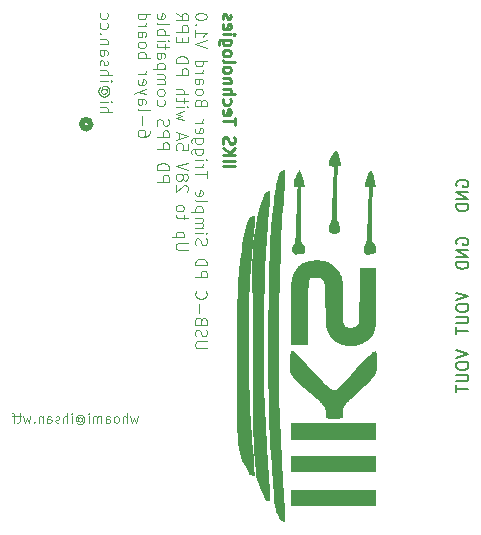
<source format=gbr>
%TF.GenerationSoftware,KiCad,Pcbnew,9.0.0*%
%TF.CreationDate,2025-08-18T11:13:34-07:00*%
%TF.ProjectId,USB_C_Simple_Trig,5553425f-435f-4536-996d-706c655f5472,rev?*%
%TF.SameCoordinates,Original*%
%TF.FileFunction,Legend,Bot*%
%TF.FilePolarity,Positive*%
%FSLAX46Y46*%
G04 Gerber Fmt 4.6, Leading zero omitted, Abs format (unit mm)*
G04 Created by KiCad (PCBNEW 9.0.0) date 2025-08-18 11:13:34*
%MOMM*%
%LPD*%
G01*
G04 APERTURE LIST*
%ADD10C,0.000000*%
%ADD11C,0.200000*%
%ADD12C,0.100000*%
%ADD13C,0.250000*%
%ADD14C,0.508000*%
G04 APERTURE END LIST*
D10*
G36*
X144031678Y-100677987D02*
G01*
X143925845Y-100254653D01*
X143608344Y-100254653D01*
X143608344Y-100042986D01*
X144031678Y-99831319D01*
X144031678Y-100677987D01*
G37*
G36*
X152643411Y-98122067D02*
G01*
X152680146Y-98212283D01*
X152714552Y-98302812D01*
X152746799Y-98393666D01*
X152805502Y-98576400D01*
X152857618Y-98760584D01*
X152904512Y-98946319D01*
X152947549Y-99133704D01*
X153027510Y-99513820D01*
X152710010Y-99513820D01*
X152699675Y-101158782D01*
X152696781Y-101828923D01*
X152690247Y-102818865D01*
X152689340Y-103131170D01*
X152686029Y-103436522D01*
X152685981Y-103718988D01*
X152683794Y-103799280D01*
X152682528Y-103862175D01*
X152682462Y-103912963D01*
X152682968Y-103935470D01*
X152683880Y-103956935D01*
X152685233Y-103978018D01*
X152687062Y-103999382D01*
X152692290Y-104045595D01*
X152699845Y-104100866D01*
X152710010Y-104170485D01*
X152921677Y-104382152D01*
X152951508Y-104489359D01*
X152977018Y-104585648D01*
X152987495Y-104630752D01*
X152996104Y-104674391D01*
X153002583Y-104716987D01*
X153006668Y-104758962D01*
X153008097Y-104800737D01*
X153006607Y-104842734D01*
X153001937Y-104885374D01*
X152993822Y-104929080D01*
X152982002Y-104974272D01*
X152966212Y-105021373D01*
X152946192Y-105070804D01*
X152921677Y-105122986D01*
X152705463Y-105169288D01*
X152626811Y-105184378D01*
X152556221Y-105195746D01*
X152485011Y-105204634D01*
X152404499Y-105212282D01*
X152180843Y-105228818D01*
X151969177Y-105017153D01*
X151960495Y-104931473D01*
X151954294Y-104863777D01*
X151950573Y-104807863D01*
X151949643Y-104782386D01*
X151949333Y-104757530D01*
X151949643Y-104732518D01*
X151950573Y-104706577D01*
X151954294Y-104648802D01*
X151960495Y-104578006D01*
X151969177Y-104487986D01*
X152042496Y-104393485D01*
X152072249Y-104354299D01*
X152097877Y-104319448D01*
X152119738Y-104288153D01*
X152138192Y-104259634D01*
X152153598Y-104233111D01*
X152166314Y-104207804D01*
X152176701Y-104182933D01*
X152185116Y-104157717D01*
X152191920Y-104131378D01*
X152197472Y-104103134D01*
X152202129Y-104072206D01*
X152206253Y-104037815D01*
X152214333Y-103955520D01*
X152224304Y-103706974D01*
X152237096Y-103424532D01*
X152247816Y-103120833D01*
X152287245Y-102156990D01*
X152313704Y-101485921D01*
X152392510Y-99513820D01*
X152075010Y-99513820D01*
X152075131Y-99408567D01*
X152075979Y-99326641D01*
X152076903Y-99292413D01*
X152078281Y-99261603D01*
X152080203Y-99233406D01*
X152082762Y-99207016D01*
X152086047Y-99181629D01*
X152090150Y-99156440D01*
X152095161Y-99130644D01*
X152101172Y-99103436D01*
X152116553Y-99041567D01*
X152137022Y-98964394D01*
X152220531Y-98713454D01*
X152256163Y-98605589D01*
X152273147Y-98556487D01*
X152290018Y-98510114D01*
X152307107Y-98466099D01*
X152324746Y-98424076D01*
X152343264Y-98383673D01*
X152362994Y-98344524D01*
X152384267Y-98306258D01*
X152407413Y-98268507D01*
X152432764Y-98230902D01*
X152460650Y-98193073D01*
X152491404Y-98154653D01*
X152525355Y-98115272D01*
X152562836Y-98074562D01*
X152604177Y-98032152D01*
X152643411Y-98122067D01*
G37*
G36*
X148582510Y-117293818D02*
G01*
X148582097Y-117364305D01*
X148581115Y-117394045D01*
X148579203Y-117421149D01*
X148576051Y-117446393D01*
X148571348Y-117470552D01*
X148564785Y-117494401D01*
X148556052Y-117518714D01*
X148544838Y-117544268D01*
X148530834Y-117571838D01*
X148513729Y-117602197D01*
X148493213Y-117636123D01*
X148440710Y-117717772D01*
X148370844Y-117822985D01*
X147841677Y-117187985D01*
X148582510Y-117293818D01*
G37*
G36*
X144033516Y-100031897D02*
G01*
X144032534Y-100231400D01*
X144028729Y-100430146D01*
X144022094Y-100628452D01*
X144012625Y-100826635D01*
X144000316Y-101025014D01*
X143985163Y-101223905D01*
X143967159Y-101423626D01*
X143855541Y-102673626D01*
X143764232Y-103924830D01*
X143690789Y-105177049D01*
X143632768Y-106430097D01*
X143553216Y-108937933D01*
X143506025Y-111446843D01*
X143502511Y-111684652D01*
X143498850Y-113023901D01*
X143501756Y-113940199D01*
X143514944Y-114856439D01*
X143542127Y-116195514D01*
X143548812Y-116513298D01*
X143590419Y-118121718D01*
X143652370Y-119727909D01*
X143739792Y-121332820D01*
X143857812Y-122937401D01*
X143945350Y-123980419D01*
X143965945Y-124230862D01*
X143984442Y-124462232D01*
X143999733Y-124692951D01*
X144011951Y-124923277D01*
X144021232Y-125153465D01*
X144027710Y-125383773D01*
X144031521Y-125614457D01*
X144031678Y-126077984D01*
X143714178Y-126077984D01*
X143349506Y-125329128D01*
X143202036Y-124987841D01*
X143075686Y-124644891D01*
X142968865Y-124282458D01*
X142879982Y-123882723D01*
X142807445Y-123427868D01*
X142749662Y-122900074D01*
X142671989Y-121554391D01*
X142634231Y-119703125D01*
X142627520Y-113913637D01*
X142628249Y-112226479D01*
X142604881Y-110781555D01*
X142561385Y-109246054D01*
X142528667Y-107654121D01*
X142537629Y-106039899D01*
X142567397Y-105235099D01*
X142619174Y-104437531D01*
X142696823Y-103651462D01*
X142804206Y-102881160D01*
X142945187Y-102130894D01*
X143123629Y-101404931D01*
X143343393Y-100707539D01*
X143608344Y-100042986D01*
X143683100Y-99994688D01*
X143741695Y-99957590D01*
X143766482Y-99942467D01*
X143789088Y-99929213D01*
X143810135Y-99917520D01*
X143830242Y-99907076D01*
X143850030Y-99897573D01*
X143870117Y-99888699D01*
X143891125Y-99880145D01*
X143913674Y-99871601D01*
X143965874Y-99853301D01*
X144031678Y-99831319D01*
X144033516Y-100031897D01*
G37*
G36*
X147213292Y-107180121D02*
G01*
X147210968Y-107249238D01*
X147206755Y-107309524D01*
X147200900Y-107362127D01*
X147193651Y-107408193D01*
X147185256Y-107448870D01*
X147175963Y-107485304D01*
X147166019Y-107518641D01*
X147155672Y-107550029D01*
X147134760Y-107611544D01*
X147124691Y-107643965D01*
X147115209Y-107679023D01*
X147106563Y-107717866D01*
X147099001Y-107761640D01*
X147092769Y-107811492D01*
X147088117Y-107868569D01*
X147088829Y-108141329D01*
X147088854Y-108449503D01*
X147090508Y-108784571D01*
X147092860Y-109841379D01*
X147095030Y-110578389D01*
X147099165Y-112278336D01*
X147100844Y-112742984D01*
X145936677Y-112742984D01*
X145936677Y-107451319D01*
X146148344Y-107451319D01*
X146148344Y-107027985D01*
X146465844Y-107027985D01*
X146465844Y-106816318D01*
X147206677Y-106816318D01*
X147213292Y-107180121D01*
G37*
G36*
X147946809Y-115459042D02*
G01*
X148027887Y-115514044D01*
X148061191Y-115537281D01*
X148090623Y-115558445D01*
X148116898Y-115578115D01*
X148140729Y-115596868D01*
X148162831Y-115615282D01*
X148183917Y-115633935D01*
X148204701Y-115653403D01*
X148225898Y-115674266D01*
X148248221Y-115697101D01*
X148272385Y-115722485D01*
X148329089Y-115783213D01*
X148496521Y-115984131D01*
X148645681Y-116162448D01*
X148794177Y-116341318D01*
X148723794Y-116341086D01*
X148694300Y-116340533D01*
X148667673Y-116339458D01*
X148643217Y-116337685D01*
X148620234Y-116335040D01*
X148598026Y-116331348D01*
X148575896Y-116326435D01*
X148553145Y-116320128D01*
X148529077Y-116312250D01*
X148502993Y-116302629D01*
X148474197Y-116291089D01*
X148405674Y-116261556D01*
X148317927Y-116222256D01*
X148259647Y-116176704D01*
X148207335Y-116131939D01*
X148160526Y-116087606D01*
X148118757Y-116043348D01*
X148081563Y-115998812D01*
X148048480Y-115953640D01*
X148019044Y-115907478D01*
X147992792Y-115859971D01*
X147969258Y-115810762D01*
X147947980Y-115759497D01*
X147928492Y-115705821D01*
X147910332Y-115649376D01*
X147893034Y-115589810D01*
X147876135Y-115526765D01*
X147841677Y-115388819D01*
X147946809Y-115459042D01*
G37*
G36*
X148856559Y-116396814D02*
G01*
X148906314Y-116440352D01*
X148948405Y-116475652D01*
X148968125Y-116491376D01*
X148987790Y-116506436D01*
X149008020Y-116521297D01*
X149029433Y-116536424D01*
X149078293Y-116569336D01*
X149139332Y-116608894D01*
X149217510Y-116658818D01*
X149640844Y-116658818D01*
X149746677Y-117082151D01*
X149323344Y-117082151D01*
X149275142Y-117043503D01*
X149229949Y-117004101D01*
X149187554Y-116963888D01*
X149147742Y-116922808D01*
X149110303Y-116880802D01*
X149075022Y-116837813D01*
X149041688Y-116793785D01*
X149010087Y-116748660D01*
X148980008Y-116702382D01*
X148951236Y-116654892D01*
X148923561Y-116606134D01*
X148896769Y-116556050D01*
X148844983Y-116451678D01*
X148794177Y-116341318D01*
X148856559Y-116396814D01*
G37*
G36*
X152850570Y-111366738D02*
G01*
X152864213Y-111410611D01*
X152875375Y-111449834D01*
X152884056Y-111485335D01*
X152890258Y-111518047D01*
X152893978Y-111548897D01*
X152895218Y-111578818D01*
X152893978Y-111608739D01*
X152890258Y-111639590D01*
X152884056Y-111672301D01*
X152875375Y-111707803D01*
X152864213Y-111747025D01*
X152850570Y-111790898D01*
X152815844Y-111896318D01*
X152752107Y-111984473D01*
X152690719Y-112066656D01*
X152630918Y-112143140D01*
X152571943Y-112214200D01*
X152513034Y-112280106D01*
X152453429Y-112341132D01*
X152392367Y-112397551D01*
X152329087Y-112449635D01*
X152262828Y-112497657D01*
X152192829Y-112541889D01*
X152118330Y-112582606D01*
X152038568Y-112620078D01*
X151952782Y-112654579D01*
X151860213Y-112686382D01*
X151760098Y-112715760D01*
X151651677Y-112742984D01*
X151651677Y-112531319D01*
X151801332Y-112366781D01*
X151856316Y-112308076D01*
X151906338Y-112256813D01*
X151957601Y-112206790D01*
X152016306Y-112151806D01*
X152180843Y-112002152D01*
X152392510Y-112002152D01*
X152392510Y-111790485D01*
X152468574Y-111760406D01*
X152499737Y-111747334D01*
X152526966Y-111734941D01*
X152550746Y-111722753D01*
X152571561Y-111710294D01*
X152581008Y-111703814D01*
X152589896Y-111697089D01*
X152598285Y-111690059D01*
X152606235Y-111682665D01*
X152613808Y-111674846D01*
X152621063Y-111666545D01*
X152628062Y-111657701D01*
X152634864Y-111648256D01*
X152648123Y-111627322D01*
X152661324Y-111603269D01*
X152674952Y-111575623D01*
X152689491Y-111543907D01*
X152723239Y-111466370D01*
X152815844Y-111261318D01*
X152850570Y-111366738D01*
G37*
G36*
X146465844Y-107027985D02*
G01*
X146148344Y-107027985D01*
X146148344Y-107451319D01*
X145936677Y-107451319D01*
X145969750Y-107153663D01*
X145983313Y-107092444D01*
X145996673Y-107036251D01*
X146010182Y-106984587D01*
X146024194Y-106936955D01*
X146039062Y-106892857D01*
X146055139Y-106851796D01*
X146072777Y-106813275D01*
X146082291Y-106794811D01*
X146092329Y-106776796D01*
X146102933Y-106759167D01*
X146114148Y-106741863D01*
X146126019Y-106724820D01*
X146138588Y-106707977D01*
X146151901Y-106691272D01*
X146166001Y-106674642D01*
X146196739Y-106641360D01*
X146231157Y-106607634D01*
X146269606Y-106572967D01*
X146312439Y-106536861D01*
X146360011Y-106498819D01*
X146465844Y-107027985D01*
G37*
G36*
X144033640Y-100084464D02*
G01*
X144030276Y-100336419D01*
X144022078Y-100587523D01*
X144009540Y-100838116D01*
X143993155Y-101088536D01*
X143973415Y-101339123D01*
X143925845Y-101842153D01*
X143820011Y-101842153D01*
X143820011Y-100466320D01*
X143608344Y-100466320D01*
X143608344Y-100783818D01*
X143396677Y-100889653D01*
X143439241Y-100672056D01*
X143461321Y-100565790D01*
X143484887Y-100460654D01*
X143510656Y-100356225D01*
X143539345Y-100252085D01*
X143571669Y-100147812D01*
X143608344Y-100042986D01*
X143682965Y-99990483D01*
X143741463Y-99950382D01*
X143766216Y-99934207D01*
X143788799Y-99920203D01*
X143809831Y-99908059D01*
X143829933Y-99897466D01*
X143849725Y-99888112D01*
X143869827Y-99879689D01*
X143890860Y-99871886D01*
X143913442Y-99864392D01*
X143938195Y-99856899D01*
X143965739Y-99849096D01*
X144031678Y-99831319D01*
X144033640Y-100084464D01*
G37*
G36*
X146889177Y-115812152D02*
G01*
X146889177Y-116023819D01*
X147206677Y-116023819D01*
X147312511Y-116658818D01*
X147176758Y-116569342D01*
X147066799Y-116492437D01*
X147017617Y-116454823D01*
X146970232Y-116415701D01*
X146923094Y-116373521D01*
X146874653Y-116326733D01*
X146823358Y-116273786D01*
X146767660Y-116213130D01*
X146636851Y-116062489D01*
X146469825Y-115862408D01*
X146254177Y-115600486D01*
X146889177Y-115812152D01*
G37*
G36*
X145305170Y-98242306D02*
G01*
X145306291Y-98451802D01*
X145304953Y-98660839D01*
X145301070Y-98869613D01*
X145294555Y-99078324D01*
X145285323Y-99287169D01*
X145273286Y-99496347D01*
X145258358Y-99706054D01*
X145239665Y-99935500D01*
X145199487Y-100431438D01*
X145083046Y-102039569D01*
X144991642Y-103648141D01*
X144920613Y-105257758D01*
X144865295Y-106869024D01*
X144858500Y-107094132D01*
X144778410Y-109877956D01*
X144772511Y-110097152D01*
X144666677Y-110097152D01*
X144666677Y-104276319D01*
X144349178Y-104276319D01*
X144137511Y-106498819D01*
X144031678Y-106498819D01*
X144021149Y-105788171D01*
X144028262Y-105077254D01*
X144051497Y-104366382D01*
X144089333Y-103655870D01*
X144140249Y-102946035D01*
X144202727Y-102237191D01*
X144275245Y-101529654D01*
X144356283Y-100823739D01*
X144395480Y-100512621D01*
X144466371Y-99938751D01*
X144507253Y-99647937D01*
X144555503Y-99357495D01*
X144613930Y-99069643D01*
X144647837Y-98927382D01*
X144685340Y-98786601D01*
X144726792Y-98647577D01*
X144772542Y-98510587D01*
X144822943Y-98375908D01*
X144878344Y-98243819D01*
X144952210Y-98197887D01*
X145010169Y-98162480D01*
X145034733Y-98147948D01*
X145057181Y-98135117D01*
X145078132Y-98123677D01*
X145098208Y-98113318D01*
X145118027Y-98103730D01*
X145138210Y-98094602D01*
X145159377Y-98085626D01*
X145182148Y-98076490D01*
X145234983Y-98056500D01*
X145301677Y-98032152D01*
X145305170Y-98242306D01*
G37*
G36*
X145304909Y-98294805D02*
G01*
X145304048Y-98556675D01*
X145299336Y-98817986D01*
X145291012Y-99078963D01*
X145279319Y-99339830D01*
X145264498Y-99600811D01*
X145226437Y-100124013D01*
X145195844Y-100479549D01*
X145090011Y-101736318D01*
X144878344Y-101630486D01*
X144876150Y-101414990D01*
X144877613Y-101200617D01*
X144882561Y-100987036D01*
X144890822Y-100773914D01*
X144902227Y-100560919D01*
X144916603Y-100347719D01*
X144933779Y-100133981D01*
X144953585Y-99919375D01*
X144984177Y-99619652D01*
X145070580Y-98751903D01*
X145090011Y-98561318D01*
X144878344Y-98561318D01*
X144878344Y-98243819D01*
X145301677Y-98032152D01*
X145304909Y-98294805D01*
G37*
G36*
X153041906Y-113703594D02*
G01*
X153048119Y-113866438D01*
X153053348Y-114029314D01*
X153060583Y-114297413D01*
X153070546Y-114487398D01*
X153077000Y-114662223D01*
X153077482Y-114745036D01*
X153075372Y-114825361D01*
X153070101Y-114903632D01*
X153061095Y-114980284D01*
X153047784Y-115055749D01*
X153029597Y-115130462D01*
X153005962Y-115204858D01*
X152976308Y-115279369D01*
X152940064Y-115354431D01*
X152896659Y-115430477D01*
X152845520Y-115507941D01*
X152786078Y-115587256D01*
X152498344Y-115812152D01*
X152366543Y-115929276D01*
X152245439Y-116034463D01*
X151757510Y-116447152D01*
X151969177Y-115494652D01*
X152075010Y-115706319D01*
X152180399Y-115677271D01*
X152223902Y-115664784D01*
X152262336Y-115653112D01*
X152296496Y-115641849D01*
X152327176Y-115630586D01*
X152355172Y-115618918D01*
X152381277Y-115606438D01*
X152406286Y-115592738D01*
X152430994Y-115577411D01*
X152456195Y-115560051D01*
X152482684Y-115540250D01*
X152511255Y-115517603D01*
X152542703Y-115491700D01*
X152617406Y-115428505D01*
X152704795Y-115277178D01*
X152740305Y-115213887D01*
X152770952Y-115156907D01*
X152797182Y-115104783D01*
X152819441Y-115056063D01*
X152838175Y-115009294D01*
X152853828Y-114963021D01*
X152866848Y-114915792D01*
X152877680Y-114866153D01*
X152886769Y-114812650D01*
X152894562Y-114753831D01*
X152901503Y-114688241D01*
X152908039Y-114614428D01*
X152921677Y-114436318D01*
X152604177Y-114542151D01*
X152286677Y-114542151D01*
X152180843Y-114753818D01*
X151757510Y-114647985D01*
X151757843Y-114577731D01*
X151758633Y-114548543D01*
X151760172Y-114522514D01*
X151762708Y-114499043D01*
X151764429Y-114488080D01*
X151766492Y-114477530D01*
X151768930Y-114467319D01*
X151771774Y-114457373D01*
X151775053Y-114447615D01*
X151778801Y-114437972D01*
X151783048Y-114428367D01*
X151787825Y-114418725D01*
X151793163Y-114408973D01*
X151799094Y-114399033D01*
X151812858Y-114378295D01*
X151829367Y-114355909D01*
X151848869Y-114331276D01*
X151871615Y-114303794D01*
X151927836Y-114237880D01*
X152154385Y-114012986D01*
X152256163Y-113912480D01*
X152356332Y-113818677D01*
X152406393Y-113774184D01*
X152456748Y-113731243D01*
X152507629Y-113689810D01*
X152559268Y-113649846D01*
X152611896Y-113611307D01*
X152665747Y-113574154D01*
X152721052Y-113538343D01*
X152778043Y-113503834D01*
X152836952Y-113470586D01*
X152898012Y-113438556D01*
X152961454Y-113407703D01*
X153027510Y-113377985D01*
X153041906Y-113703594D01*
G37*
G36*
X153041906Y-113703594D02*
G01*
X153048119Y-113866438D01*
X153053348Y-114029314D01*
X153060583Y-114297413D01*
X153070546Y-114487398D01*
X153077000Y-114662223D01*
X153077482Y-114745036D01*
X153075372Y-114825361D01*
X153070101Y-114903632D01*
X153061095Y-114980284D01*
X153047784Y-115055749D01*
X153029597Y-115130462D01*
X153005962Y-115204858D01*
X152976308Y-115279369D01*
X152940064Y-115354431D01*
X152896659Y-115430477D01*
X152845520Y-115507941D01*
X152786078Y-115587256D01*
X152498344Y-115812152D01*
X152366543Y-115929276D01*
X152245439Y-116034463D01*
X151757510Y-116447152D01*
X151969177Y-115494652D01*
X152075010Y-115706319D01*
X152180396Y-115677002D01*
X152223917Y-115664416D01*
X152262392Y-115652671D01*
X152296622Y-115641364D01*
X152327411Y-115630090D01*
X152355559Y-115618444D01*
X152381868Y-115606022D01*
X152407141Y-115592419D01*
X152432179Y-115577231D01*
X152457783Y-115560053D01*
X152484755Y-115540481D01*
X152513898Y-115518110D01*
X152546014Y-115492536D01*
X152622367Y-115430159D01*
X152696570Y-115347264D01*
X152726630Y-115312304D01*
X152752455Y-115280461D01*
X152774388Y-115250828D01*
X152792774Y-115222501D01*
X152807956Y-115194573D01*
X152820278Y-115166138D01*
X152830085Y-115136290D01*
X152837719Y-115104123D01*
X152843526Y-115068732D01*
X152847850Y-115029210D01*
X152851033Y-114984651D01*
X152853421Y-114934150D01*
X152857185Y-114811696D01*
X152842302Y-114409861D01*
X152830816Y-114052605D01*
X152823853Y-113874022D01*
X152815844Y-113695485D01*
X152604177Y-113589652D01*
X153027510Y-113377985D01*
X153041906Y-113703594D01*
G37*
G36*
X143502511Y-118246318D02*
G01*
X143432575Y-118106037D01*
X143379587Y-117997190D01*
X143358544Y-117951976D01*
X143340652Y-117911527D01*
X143325550Y-117874810D01*
X143312874Y-117840794D01*
X143302264Y-117808448D01*
X143293358Y-117776739D01*
X143285792Y-117744638D01*
X143279206Y-117711111D01*
X143273238Y-117675128D01*
X143267526Y-117635657D01*
X143255419Y-117542124D01*
X143243302Y-117225192D01*
X143229452Y-116876273D01*
X143218084Y-116513298D01*
X143192182Y-115888316D01*
X143188786Y-115586409D01*
X143192049Y-115437402D01*
X143199598Y-115289428D01*
X143212170Y-115142285D01*
X143230498Y-114995775D01*
X143255318Y-114849698D01*
X143287364Y-114703855D01*
X143327372Y-114558045D01*
X143376076Y-114412068D01*
X143434210Y-114265726D01*
X143502511Y-114118819D01*
X143502511Y-118246318D01*
G37*
G36*
X145304286Y-98267212D02*
G01*
X145304063Y-98501474D01*
X145300898Y-98735163D01*
X145294683Y-98968507D01*
X145285311Y-99201732D01*
X145272671Y-99435066D01*
X145256657Y-99668736D01*
X145237159Y-99902968D01*
X145145383Y-100984752D01*
X145067919Y-102067631D01*
X144949875Y-104235872D01*
X144870926Y-106406091D01*
X144818971Y-108576687D01*
X144812198Y-108932985D01*
X144784465Y-110772253D01*
X144773090Y-112611187D01*
X144779461Y-114450132D01*
X144804964Y-116289435D01*
X144825143Y-117330431D01*
X144865853Y-119086340D01*
X144927155Y-120840328D01*
X145013118Y-122593208D01*
X145127812Y-124345791D01*
X145215350Y-125525967D01*
X145235945Y-125809267D01*
X145254337Y-126068050D01*
X145269746Y-126326379D01*
X145282212Y-126584439D01*
X145291770Y-126842414D01*
X145298458Y-127100489D01*
X145302314Y-127358847D01*
X145303374Y-127617673D01*
X145301677Y-127877151D01*
X145179503Y-127821798D01*
X145134903Y-127800931D01*
X145094681Y-127781298D01*
X145053874Y-127760417D01*
X145007524Y-127735808D01*
X144878344Y-127665484D01*
X144710949Y-127299833D01*
X144581644Y-126967932D01*
X144528370Y-126793543D01*
X144481132Y-126602276D01*
X144438770Y-126385693D01*
X144400120Y-126135357D01*
X144329312Y-125499669D01*
X144259412Y-124627705D01*
X144085159Y-121904924D01*
X144066404Y-121591230D01*
X144011356Y-120584796D01*
X143968659Y-119578607D01*
X143914906Y-117566372D01*
X143894320Y-115553337D01*
X143896078Y-113538311D01*
X143900419Y-111998458D01*
X143903440Y-110088614D01*
X143904347Y-109725495D01*
X143927141Y-107497294D01*
X143955865Y-106382631D01*
X143998916Y-105268307D01*
X144058377Y-104154860D01*
X144136332Y-103042824D01*
X144234862Y-101932736D01*
X144356050Y-100825133D01*
X144395480Y-100512621D01*
X144466378Y-99938750D01*
X144507260Y-99647937D01*
X144555509Y-99357496D01*
X144613933Y-99069646D01*
X144647838Y-98927385D01*
X144685341Y-98786604D01*
X144726792Y-98647580D01*
X144772542Y-98510589D01*
X144822942Y-98375910D01*
X144878344Y-98243819D01*
X144952210Y-98197887D01*
X145010169Y-98162480D01*
X145034733Y-98147948D01*
X145057181Y-98135117D01*
X145078132Y-98123677D01*
X145098208Y-98113318D01*
X145118027Y-98103730D01*
X145138210Y-98094602D01*
X145159377Y-98085626D01*
X145182148Y-98076490D01*
X145234983Y-98056500D01*
X145301677Y-98032152D01*
X145304286Y-98267212D01*
G37*
G36*
X149746677Y-103217986D02*
G01*
X149217510Y-103323819D01*
X149210896Y-103012934D01*
X149213286Y-102905744D01*
X149214660Y-102861970D01*
X149216373Y-102823902D01*
X149217409Y-102806811D01*
X149218591Y-102790912D01*
X149219940Y-102776123D01*
X149221476Y-102762368D01*
X149223222Y-102749568D01*
X149225196Y-102737643D01*
X149227419Y-102726515D01*
X149229913Y-102716105D01*
X149232697Y-102706335D01*
X149235792Y-102697125D01*
X149239220Y-102688398D01*
X149243000Y-102680074D01*
X149247153Y-102672074D01*
X149251699Y-102664320D01*
X149256660Y-102656734D01*
X149262055Y-102649235D01*
X149267906Y-102641747D01*
X149274233Y-102634189D01*
X149281057Y-102626484D01*
X149288398Y-102618552D01*
X149304713Y-102601694D01*
X149323344Y-102582985D01*
X149746677Y-102582985D01*
X149746677Y-103217986D01*
G37*
G36*
X149440753Y-106288889D02*
G01*
X149550976Y-106391942D01*
X149602817Y-106442993D01*
X149652172Y-106494377D01*
X149698809Y-106546583D01*
X149742500Y-106600097D01*
X149783014Y-106655406D01*
X149820122Y-106713000D01*
X149853592Y-106773364D01*
X149883196Y-106836987D01*
X149896476Y-106870173D01*
X149908703Y-106904357D01*
X149919848Y-106939599D01*
X149929883Y-106975960D01*
X149938779Y-107013502D01*
X149946507Y-107052285D01*
X149953038Y-107092370D01*
X149958344Y-107133818D01*
X149852510Y-106922152D01*
X149535011Y-106922152D01*
X149538925Y-106846302D01*
X149540053Y-106814609D01*
X149540421Y-106786115D01*
X149539875Y-106760102D01*
X149538260Y-106735853D01*
X149535420Y-106712652D01*
X149531200Y-106689781D01*
X149525446Y-106666524D01*
X149518003Y-106642164D01*
X149508714Y-106615982D01*
X149497426Y-106587264D01*
X149483984Y-106555290D01*
X149468231Y-106519345D01*
X149429177Y-106432673D01*
X149323344Y-106181319D01*
X149440753Y-106288889D01*
G37*
G36*
X153027510Y-126501318D02*
G01*
X145830844Y-126501318D01*
X145830844Y-125125485D01*
X153027510Y-125125485D01*
X153027510Y-126501318D01*
G37*
G36*
X144878344Y-101312987D02*
G01*
X144909019Y-101425884D01*
X144921846Y-101478639D01*
X144932914Y-101529460D01*
X144942156Y-101578745D01*
X144949509Y-101626893D01*
X144954908Y-101674299D01*
X144958286Y-101721362D01*
X144959580Y-101768479D01*
X144958724Y-101816047D01*
X144955653Y-101864465D01*
X144950302Y-101914128D01*
X144942607Y-101965435D01*
X144932501Y-102018784D01*
X144919922Y-102074570D01*
X144904802Y-102133193D01*
X144860515Y-102212000D01*
X144841376Y-102244291D01*
X144823360Y-102272513D01*
X144805810Y-102297169D01*
X144788065Y-102318763D01*
X144769468Y-102337800D01*
X144759644Y-102346516D01*
X144749359Y-102354782D01*
X144727080Y-102370214D01*
X144701972Y-102384600D01*
X144673376Y-102398443D01*
X144640632Y-102412247D01*
X144603083Y-102426516D01*
X144560069Y-102441755D01*
X144455010Y-102477153D01*
X144455010Y-101207152D01*
X144878344Y-101312987D01*
G37*
G36*
X149715878Y-96460362D02*
G01*
X149746585Y-96513028D01*
X149773372Y-96562769D01*
X149796704Y-96611448D01*
X149817046Y-96660925D01*
X149834863Y-96713059D01*
X149850621Y-96769711D01*
X149864784Y-96832741D01*
X149877818Y-96904010D01*
X149890187Y-96985378D01*
X149902356Y-97078706D01*
X149927958Y-97308681D01*
X149958344Y-97608818D01*
X149640844Y-97608818D01*
X149640844Y-97820485D01*
X149005843Y-97714653D01*
X149005843Y-97397152D01*
X149063527Y-97243808D01*
X149121449Y-97096180D01*
X149151430Y-97024557D01*
X149182589Y-96954418D01*
X149215297Y-96885783D01*
X149249927Y-96818670D01*
X149286851Y-96753098D01*
X149326442Y-96689087D01*
X149369072Y-96626653D01*
X149415114Y-96565817D01*
X149464939Y-96506597D01*
X149518921Y-96449012D01*
X149577432Y-96393080D01*
X149640844Y-96338820D01*
X149715878Y-96460362D01*
G37*
G36*
X146610912Y-98122067D02*
G01*
X146647647Y-98212283D01*
X146682052Y-98302812D01*
X146714300Y-98393666D01*
X146773002Y-98576400D01*
X146825118Y-98760584D01*
X146872012Y-98946319D01*
X146915049Y-99133704D01*
X146995010Y-99513820D01*
X146677511Y-99513820D01*
X146668628Y-100333706D01*
X146662008Y-101153615D01*
X146657667Y-101822307D01*
X146651919Y-102315638D01*
X146647866Y-102808983D01*
X146646505Y-103120833D01*
X146641539Y-103424532D01*
X146641467Y-103706974D01*
X146640629Y-103811084D01*
X146640795Y-103857668D01*
X146641787Y-103901181D01*
X146643930Y-103942054D01*
X146647552Y-103980718D01*
X146652978Y-104017605D01*
X146660534Y-104053147D01*
X146665213Y-104070548D01*
X146670548Y-104087775D01*
X146676578Y-104104882D01*
X146683345Y-104121921D01*
X146690889Y-104138948D01*
X146699252Y-104156017D01*
X146708474Y-104173180D01*
X146718596Y-104190493D01*
X146729658Y-104208009D01*
X146741702Y-104225783D01*
X146768897Y-104262316D01*
X146800508Y-104300525D01*
X146836860Y-104340842D01*
X146889114Y-104389954D01*
X146910357Y-104410893D01*
X146928704Y-104430250D01*
X146944427Y-104448649D01*
X146957795Y-104466712D01*
X146969079Y-104485061D01*
X146978549Y-104504319D01*
X146986476Y-104525108D01*
X146993130Y-104548051D01*
X146998782Y-104573771D01*
X147003702Y-104602889D01*
X147008160Y-104636028D01*
X147012427Y-104673811D01*
X147021469Y-104765798D01*
X147006292Y-104894682D01*
X146996949Y-104947107D01*
X146984732Y-104992426D01*
X146977146Y-105012632D01*
X146968361Y-105031317D01*
X146958218Y-105048563D01*
X146946557Y-105064457D01*
X146933219Y-105079083D01*
X146918042Y-105092525D01*
X146900868Y-105104870D01*
X146881536Y-105116200D01*
X146859887Y-105126602D01*
X146835760Y-105136160D01*
X146779436Y-105153082D01*
X146711284Y-105167645D01*
X146630025Y-105180528D01*
X146534381Y-105192409D01*
X146423072Y-105203965D01*
X146148344Y-105228818D01*
X145936677Y-105017153D01*
X145927995Y-104931473D01*
X145921794Y-104863777D01*
X145918074Y-104807863D01*
X145917143Y-104782386D01*
X145916833Y-104757530D01*
X145917143Y-104732518D01*
X145918074Y-104706577D01*
X145921794Y-104648802D01*
X145927995Y-104578006D01*
X145936677Y-104487986D01*
X146009996Y-104393485D01*
X146039749Y-104354299D01*
X146065377Y-104319448D01*
X146087238Y-104288153D01*
X146105692Y-104259634D01*
X146121098Y-104233111D01*
X146133814Y-104207804D01*
X146144201Y-104182933D01*
X146152616Y-104157717D01*
X146159421Y-104131378D01*
X146164972Y-104103134D01*
X146169630Y-104072206D01*
X146173753Y-104037815D01*
X146181834Y-103955520D01*
X146191804Y-103706974D01*
X146204597Y-103424532D01*
X146215317Y-103120833D01*
X146254746Y-102156990D01*
X146281204Y-101485921D01*
X146360011Y-99513820D01*
X146042510Y-99513820D01*
X146042631Y-99408567D01*
X146043479Y-99326641D01*
X146044403Y-99292413D01*
X146045780Y-99261603D01*
X146047703Y-99233406D01*
X146050262Y-99207016D01*
X146053547Y-99181629D01*
X146057650Y-99156440D01*
X146062661Y-99130644D01*
X146068671Y-99103436D01*
X146084053Y-99041567D01*
X146104522Y-98964394D01*
X146188031Y-98713454D01*
X146223663Y-98605589D01*
X146240647Y-98556487D01*
X146257518Y-98510114D01*
X146274608Y-98466099D01*
X146292246Y-98424076D01*
X146310765Y-98383673D01*
X146330495Y-98344524D01*
X146351767Y-98306258D01*
X146374914Y-98268507D01*
X146400264Y-98230902D01*
X146428151Y-98193073D01*
X146458905Y-98154653D01*
X146492856Y-98115272D01*
X146530337Y-98074562D01*
X146571677Y-98032152D01*
X146610912Y-98122067D01*
G37*
G36*
X152710010Y-104487986D02*
G01*
X152815844Y-105017153D01*
X152180843Y-105122986D01*
X152075010Y-104699653D01*
X152286677Y-104699653D01*
X152286677Y-104382152D01*
X152710010Y-104487986D01*
G37*
G36*
X146995010Y-99513820D02*
G01*
X146677511Y-99513820D01*
X146681359Y-99994634D01*
X146678544Y-100232627D01*
X146671058Y-100469690D01*
X146657763Y-100706331D01*
X146637525Y-100943060D01*
X146609208Y-101180387D01*
X146571677Y-101418819D01*
X146539803Y-101367707D01*
X146511124Y-101318676D01*
X146485452Y-101271332D01*
X146462597Y-101225280D01*
X146442372Y-101180127D01*
X146424586Y-101135478D01*
X146409051Y-101090940D01*
X146395578Y-101046117D01*
X146383978Y-101000617D01*
X146374062Y-100954045D01*
X146365641Y-100906007D01*
X146358525Y-100856108D01*
X146352526Y-100803956D01*
X146347455Y-100749155D01*
X146339340Y-100630031D01*
X146346781Y-100228194D01*
X146352569Y-99823052D01*
X146360011Y-99513820D01*
X146042510Y-99513820D01*
X146042510Y-99196318D01*
X146148344Y-99407985D01*
X146889177Y-99407985D01*
X146889177Y-99196318D01*
X146995010Y-99513820D01*
G37*
G36*
X149435063Y-100737404D02*
G01*
X149439513Y-101114342D01*
X149442407Y-101425432D01*
X149445462Y-101674818D01*
X149444117Y-101917090D01*
X149436118Y-102154078D01*
X149428919Y-102271162D01*
X149419213Y-102387612D01*
X149406718Y-102503656D01*
X149391152Y-102619523D01*
X149372234Y-102735442D01*
X149349683Y-102851641D01*
X149323216Y-102968350D01*
X149292553Y-103085796D01*
X149257411Y-103204210D01*
X149217510Y-103323819D01*
X149005843Y-103217986D01*
X148998402Y-103072051D01*
X148996542Y-103017998D01*
X148995922Y-102968285D01*
X148996542Y-102916712D01*
X148998402Y-102857078D01*
X149005843Y-102688820D01*
X149079392Y-102594061D01*
X149109236Y-102554751D01*
X149134939Y-102519770D01*
X149156861Y-102488328D01*
X149175361Y-102459639D01*
X149190799Y-102432914D01*
X149203534Y-102407364D01*
X149213926Y-102382201D01*
X149222334Y-102356637D01*
X149229118Y-102329883D01*
X149234637Y-102301152D01*
X149239251Y-102269655D01*
X149243319Y-102234604D01*
X149251255Y-102150686D01*
X149261332Y-101900444D01*
X149273734Y-101628624D01*
X149283656Y-101346059D01*
X149300903Y-100943071D01*
X149316988Y-100540035D01*
X149323344Y-100360485D01*
X149429177Y-100360485D01*
X149435063Y-100737404D01*
G37*
G36*
X146610119Y-98117714D02*
G01*
X146644972Y-98202505D01*
X146676474Y-98286702D01*
X146704862Y-98370483D01*
X146730375Y-98454025D01*
X146753249Y-98537506D01*
X146773722Y-98621103D01*
X146792033Y-98704993D01*
X146823116Y-98874365D01*
X146848400Y-99047041D01*
X146869787Y-99224441D01*
X146889177Y-99407985D01*
X146148344Y-99407985D01*
X146135114Y-99183089D01*
X146139697Y-99098371D01*
X146146152Y-99015721D01*
X146154727Y-98935059D01*
X146165668Y-98856308D01*
X146179224Y-98779392D01*
X146195641Y-98704232D01*
X146215168Y-98630750D01*
X146238053Y-98558870D01*
X146264541Y-98488513D01*
X146294882Y-98419602D01*
X146329322Y-98352059D01*
X146368109Y-98285807D01*
X146411491Y-98220768D01*
X146459714Y-98156864D01*
X146513027Y-98094018D01*
X146571677Y-98032152D01*
X146610119Y-98117714D01*
G37*
G36*
X146254177Y-113589652D02*
G01*
X146042510Y-113695485D01*
X145998689Y-114029935D01*
X145976365Y-114442933D01*
X145955706Y-114809999D01*
X145936677Y-115177152D01*
X146148344Y-115177152D01*
X146254177Y-115600486D01*
X146184440Y-115567716D01*
X146155404Y-115553613D01*
X146129430Y-115540411D01*
X146105898Y-115527645D01*
X146084188Y-115514850D01*
X146063679Y-115501562D01*
X146043751Y-115487313D01*
X146023784Y-115471641D01*
X146003159Y-115454079D01*
X145981255Y-115434163D01*
X145957451Y-115411427D01*
X145901667Y-115355636D01*
X145830844Y-115282985D01*
X145817389Y-115194048D01*
X145807296Y-115106112D01*
X145800142Y-115018791D01*
X145795504Y-114931699D01*
X145792958Y-114844452D01*
X145792080Y-114756662D01*
X145793637Y-114577912D01*
X145804385Y-114310642D01*
X145815827Y-113844273D01*
X145830844Y-113377985D01*
X146254177Y-113589652D01*
G37*
G36*
X148188259Y-105715608D02*
G01*
X148307874Y-105721712D01*
X148426035Y-105731883D01*
X148542623Y-105746915D01*
X148657518Y-105767604D01*
X148770602Y-105794742D01*
X148881754Y-105829125D01*
X148990856Y-105871546D01*
X149097788Y-105922799D01*
X149150403Y-105951986D01*
X149202431Y-105983679D01*
X149253856Y-106017978D01*
X149304665Y-106054981D01*
X149354842Y-106094788D01*
X149404372Y-106137497D01*
X149561469Y-106326839D01*
X149602356Y-106375586D01*
X149640608Y-106423174D01*
X149676329Y-106469898D01*
X149709626Y-106516057D01*
X149740602Y-106561946D01*
X149769364Y-106607862D01*
X149796016Y-106654103D01*
X149820664Y-106700964D01*
X149843414Y-106748743D01*
X149864371Y-106797737D01*
X149883639Y-106848242D01*
X149901324Y-106900554D01*
X149917532Y-106954971D01*
X149932368Y-107011790D01*
X149945936Y-107071307D01*
X149958344Y-107133818D01*
X149852510Y-106922152D01*
X149535011Y-106922152D01*
X149535011Y-106604653D01*
X149431421Y-106564229D01*
X149388267Y-106547938D01*
X149349632Y-106534055D01*
X149314588Y-106522424D01*
X149282204Y-106512891D01*
X149251549Y-106505301D01*
X149221694Y-106499498D01*
X149191708Y-106495327D01*
X149160661Y-106492634D01*
X149127623Y-106491263D01*
X149091664Y-106491060D01*
X149051853Y-106491869D01*
X149007261Y-106493535D01*
X148900011Y-106498819D01*
X148857325Y-106600743D01*
X148840323Y-106643091D01*
X148826096Y-106680862D01*
X148814558Y-106714927D01*
X148805620Y-106746161D01*
X148799193Y-106775435D01*
X148795190Y-106803624D01*
X148793522Y-106831600D01*
X148794101Y-106860236D01*
X148796840Y-106890405D01*
X148801649Y-106922980D01*
X148808441Y-106958835D01*
X148817128Y-106998841D01*
X148839833Y-107094803D01*
X148860151Y-107226829D01*
X148876410Y-107356944D01*
X148889027Y-107485844D01*
X148898416Y-107614223D01*
X148904992Y-107742776D01*
X148909172Y-107872199D01*
X148911370Y-108003185D01*
X148912001Y-108136429D01*
X148910346Y-108393070D01*
X148907994Y-109217464D01*
X148905824Y-109789626D01*
X148900011Y-111472985D01*
X148794177Y-111472985D01*
X148761724Y-110214560D01*
X148747875Y-109700277D01*
X148728495Y-108943340D01*
X148721830Y-108703128D01*
X148716790Y-108385823D01*
X148712544Y-108227212D01*
X148704096Y-108069188D01*
X148697581Y-107990526D01*
X148689157Y-107912167D01*
X148678538Y-107834165D01*
X148665439Y-107756570D01*
X148649572Y-107679436D01*
X148630653Y-107602814D01*
X148608394Y-107526758D01*
X148582510Y-107451319D01*
X148519608Y-107373991D01*
X148493190Y-107342712D01*
X148469267Y-107315904D01*
X148447194Y-107293225D01*
X148436649Y-107283328D01*
X148426324Y-107274336D01*
X148416139Y-107266206D01*
X148406013Y-107258896D01*
X148395865Y-107252363D01*
X148385614Y-107246564D01*
X148375180Y-107241457D01*
X148364482Y-107237001D01*
X148353440Y-107233151D01*
X148341972Y-107229865D01*
X148329998Y-107227102D01*
X148317438Y-107224817D01*
X148290234Y-107221517D01*
X148259716Y-107219623D01*
X148225236Y-107218796D01*
X148141814Y-107218981D01*
X147881365Y-107226423D01*
X147649829Y-107232173D01*
X147418344Y-107239652D01*
X147394942Y-107323998D01*
X147373827Y-107407088D01*
X147355010Y-107489486D01*
X147338502Y-107571753D01*
X147324312Y-107654452D01*
X147312453Y-107738146D01*
X147302934Y-107823396D01*
X147295766Y-107910767D01*
X147290781Y-108187088D01*
X147284384Y-108501610D01*
X147279024Y-108838727D01*
X147259309Y-109910549D01*
X147246080Y-110656446D01*
X147214713Y-112379493D01*
X147206677Y-112848818D01*
X147100844Y-112848818D01*
X145830844Y-112848818D01*
X145825676Y-110950847D01*
X145824230Y-110176526D01*
X145820963Y-109034588D01*
X145820509Y-108673363D01*
X145818853Y-108322216D01*
X145818829Y-107994852D01*
X145820166Y-107872757D01*
X145824919Y-107753868D01*
X145833285Y-107637938D01*
X145845460Y-107524717D01*
X145856182Y-107451319D01*
X145936677Y-107451319D01*
X145936677Y-112742984D01*
X147100844Y-112742984D01*
X147095677Y-110985160D01*
X147094229Y-110269130D01*
X147090962Y-109211246D01*
X147090508Y-108877588D01*
X147088854Y-108551191D01*
X147088829Y-108249462D01*
X147089189Y-108129248D01*
X147091113Y-108009035D01*
X147094898Y-107888875D01*
X147100844Y-107768819D01*
X147145130Y-107615916D01*
X147178062Y-107495007D01*
X147190658Y-107443061D01*
X147200881Y-107394927D01*
X147208885Y-107349211D01*
X147214826Y-107304517D01*
X147218858Y-107259449D01*
X147221138Y-107212613D01*
X147221819Y-107162612D01*
X147221057Y-107108053D01*
X147215823Y-106979676D01*
X147206677Y-106816318D01*
X146465844Y-106816318D01*
X146465844Y-107027985D01*
X146148344Y-107027985D01*
X146148344Y-107451319D01*
X145936677Y-107451319D01*
X145856182Y-107451319D01*
X145861640Y-107413958D01*
X145882021Y-107305414D01*
X145906799Y-107198835D01*
X145936169Y-107093973D01*
X145970329Y-106990582D01*
X146009474Y-106888412D01*
X146053800Y-106787215D01*
X146103504Y-106686744D01*
X146158780Y-106586750D01*
X146219826Y-106486986D01*
X146286838Y-106387203D01*
X146360011Y-106287153D01*
X146427949Y-106220955D01*
X146495508Y-106159729D01*
X146562993Y-106103284D01*
X146630709Y-106051431D01*
X146698961Y-106003979D01*
X146768056Y-105960740D01*
X146838298Y-105921524D01*
X146909994Y-105886141D01*
X146983449Y-105854401D01*
X147058968Y-105826114D01*
X147136857Y-105801092D01*
X147217422Y-105779143D01*
X147300968Y-105760079D01*
X147387800Y-105743711D01*
X147478224Y-105729847D01*
X147572546Y-105718299D01*
X147821881Y-105713757D01*
X148067309Y-105712777D01*
X148188259Y-105715608D01*
G37*
G36*
X144772511Y-121632985D02*
G01*
X144349178Y-121527151D01*
X144394333Y-121388649D01*
X144440751Y-121253482D01*
X144488910Y-121120871D01*
X144539286Y-120990035D01*
X144592357Y-120860192D01*
X144648600Y-120730562D01*
X144708492Y-120600365D01*
X144772511Y-120468818D01*
X144772511Y-121632985D01*
G37*
G36*
X143826534Y-100691824D02*
G01*
X143827343Y-100797712D01*
X143826120Y-100849535D01*
X143823427Y-100900839D01*
X143818973Y-100951793D01*
X143812469Y-101002568D01*
X143803626Y-101053334D01*
X143792153Y-101104261D01*
X143777762Y-101155519D01*
X143760162Y-101207280D01*
X143739064Y-101259712D01*
X143714178Y-101312987D01*
X143716010Y-101439922D01*
X143719515Y-101563194D01*
X143721704Y-101683511D01*
X143721372Y-101742781D01*
X143719590Y-101801578D01*
X143715986Y-101859989D01*
X143710185Y-101918103D01*
X143701815Y-101976008D01*
X143690501Y-102033792D01*
X143675871Y-102091543D01*
X143657550Y-102149351D01*
X143635166Y-102207302D01*
X143608344Y-102265487D01*
X143396677Y-102265487D01*
X143389236Y-101979406D01*
X143383448Y-101604027D01*
X143380759Y-101443609D01*
X143381217Y-101292947D01*
X143383510Y-101220563D01*
X143387649Y-101149763D01*
X143393989Y-101080264D01*
X143402882Y-101011781D01*
X143414682Y-100944028D01*
X143429742Y-100876722D01*
X143448415Y-100809578D01*
X143471054Y-100742311D01*
X143498014Y-100674636D01*
X143529646Y-100606269D01*
X143566305Y-100536925D01*
X143608344Y-100466320D01*
X143820011Y-100466320D01*
X143826534Y-100691824D01*
G37*
G36*
X152075010Y-115706319D02*
G01*
X152286677Y-115706319D01*
X152286677Y-116023819D01*
X152129581Y-116160658D01*
X152072737Y-116208923D01*
X152022094Y-116250368D01*
X151971451Y-116289952D01*
X151914607Y-116332637D01*
X151757510Y-116447152D01*
X151969177Y-115494652D01*
X152075010Y-115706319D01*
G37*
G36*
X145093731Y-99059066D02*
G01*
X145096625Y-99434444D01*
X145097625Y-99726621D01*
X145094464Y-99868828D01*
X145086933Y-100009483D01*
X145081077Y-100079473D01*
X145073586Y-100149366D01*
X145064279Y-100219260D01*
X145052975Y-100289253D01*
X145039494Y-100359441D01*
X145023654Y-100429922D01*
X145005276Y-100500793D01*
X144984177Y-100572152D01*
X144666677Y-100572152D01*
X144666677Y-99513820D01*
X144878344Y-99513820D01*
X144878344Y-98772985D01*
X145090011Y-98772985D01*
X145093731Y-99059066D01*
G37*
G36*
X143572418Y-121420707D02*
G01*
X143600781Y-121464110D01*
X143625204Y-121502418D01*
X143646027Y-121536411D01*
X143663591Y-121566872D01*
X143678237Y-121594582D01*
X143690303Y-121620324D01*
X143700131Y-121644879D01*
X143708062Y-121669028D01*
X143714435Y-121693554D01*
X143719590Y-121719239D01*
X143723869Y-121746864D01*
X143727611Y-121777211D01*
X143734847Y-121849199D01*
X143727407Y-122076162D01*
X143714178Y-122479651D01*
X143608344Y-122479651D01*
X143570439Y-122400657D01*
X143537453Y-122324992D01*
X143509227Y-122252121D01*
X143485600Y-122181509D01*
X143466412Y-122112620D01*
X143451503Y-122044919D01*
X143440713Y-121977871D01*
X143433882Y-121910940D01*
X143430848Y-121843591D01*
X143431453Y-121775290D01*
X143435536Y-121705499D01*
X143442936Y-121633685D01*
X143453494Y-121559312D01*
X143467049Y-121481845D01*
X143483442Y-121400747D01*
X143502511Y-121315485D01*
X143572418Y-121420707D01*
G37*
G36*
X146465844Y-104487986D02*
G01*
X146889177Y-104487986D01*
X146889177Y-104911319D01*
X146783344Y-105017153D01*
X146651066Y-105019603D01*
X146518759Y-105020461D01*
X146386452Y-105019665D01*
X146254177Y-105017153D01*
X146188031Y-104825330D01*
X146175345Y-104748293D01*
X146171026Y-104715903D01*
X146168394Y-104686527D01*
X146167700Y-104659359D01*
X146169195Y-104633597D01*
X146170843Y-104620991D01*
X146173132Y-104608436D01*
X146176095Y-104595829D01*
X146179763Y-104583070D01*
X146189339Y-104556698D01*
X146202113Y-104528513D01*
X146218336Y-104497712D01*
X146238261Y-104463491D01*
X146262139Y-104425045D01*
X146290222Y-104381571D01*
X146360011Y-104276319D01*
X146465844Y-104487986D01*
G37*
G36*
X143609101Y-106038271D02*
G01*
X143600816Y-107059038D01*
X143584990Y-108079730D01*
X143563126Y-109100623D01*
X143547727Y-109754537D01*
X143502511Y-111684652D01*
X143396677Y-111684652D01*
X143396677Y-106392986D01*
X142867510Y-106392986D01*
X142888013Y-106480085D01*
X142905884Y-106566475D01*
X142921291Y-106652276D01*
X142934401Y-106737608D01*
X142945381Y-106822592D01*
X142954398Y-106907347D01*
X142967212Y-107076655D01*
X142974177Y-107246494D01*
X142976630Y-107417826D01*
X142973344Y-107768819D01*
X142761677Y-107768819D01*
X142761677Y-105757985D01*
X142973344Y-106075486D01*
X143185011Y-106075486D01*
X143187333Y-106000020D01*
X143194122Y-105926503D01*
X143205109Y-105854783D01*
X143220028Y-105784709D01*
X143238611Y-105716130D01*
X143260591Y-105648895D01*
X143285699Y-105582852D01*
X143313669Y-105517850D01*
X143344233Y-105453737D01*
X143377123Y-105390363D01*
X143412073Y-105327576D01*
X143448814Y-105265225D01*
X143526601Y-105141225D01*
X143608344Y-105017153D01*
X143609101Y-106038271D01*
G37*
G36*
X146889177Y-99407985D02*
G01*
X146148344Y-99407985D01*
X146148344Y-99090487D01*
X146677511Y-98984652D01*
X146783344Y-98561318D01*
X146889177Y-99407985D01*
G37*
G36*
X152815844Y-99302153D02*
G01*
X152604177Y-99513820D01*
X152286677Y-99407985D01*
X152286677Y-99090487D01*
X152710010Y-98984652D01*
X152815844Y-99302153D01*
G37*
G36*
X142763553Y-102104967D02*
G01*
X142762362Y-102260935D01*
X142758217Y-102416182D01*
X142751233Y-102571002D01*
X142741522Y-102725687D01*
X142729197Y-102880530D01*
X142714372Y-103035824D01*
X142697160Y-103191863D01*
X142584858Y-104237557D01*
X142493137Y-105284659D01*
X142419515Y-106332956D01*
X142361510Y-107382236D01*
X142282424Y-109482893D01*
X142236025Y-111584929D01*
X142232511Y-111790485D01*
X142224144Y-112798515D01*
X142231283Y-113806217D01*
X142248940Y-114813848D01*
X142272128Y-115821663D01*
X142278813Y-116096579D01*
X142311606Y-117314041D01*
X142357681Y-118530876D01*
X142388334Y-119138891D01*
X142425468Y-119746548D01*
X142470138Y-120353780D01*
X142523397Y-120960519D01*
X142593999Y-121710024D01*
X142657366Y-122459752D01*
X142713319Y-123210064D01*
X142761677Y-123961318D01*
X142695873Y-123953379D01*
X142643674Y-123946409D01*
X142621125Y-123942900D01*
X142600117Y-123939168D01*
X142580030Y-123935058D01*
X142560242Y-123930415D01*
X142540135Y-123925085D01*
X142519089Y-123918911D01*
X142471695Y-123903414D01*
X142413101Y-123882686D01*
X142338345Y-123855484D01*
X141961733Y-123231042D01*
X141809543Y-122945109D01*
X141679294Y-122656211D01*
X141569384Y-122348980D01*
X141478211Y-122008048D01*
X141404171Y-121618046D01*
X141345662Y-121163607D01*
X141301082Y-120629362D01*
X141268829Y-119999943D01*
X141234892Y-118394111D01*
X141244431Y-113364162D01*
X141246425Y-112839647D01*
X141246603Y-112315130D01*
X141253773Y-110430703D01*
X141270603Y-109488965D01*
X141301360Y-108547951D01*
X141349865Y-107607964D01*
X141419940Y-106669310D01*
X141515408Y-105732292D01*
X141640092Y-104797217D01*
X141690115Y-104487986D01*
X141782742Y-103865069D01*
X141837471Y-103550304D01*
X141902581Y-103237014D01*
X141940145Y-103081785D01*
X141981646Y-102927960D01*
X142027530Y-102775884D01*
X142078244Y-102625903D01*
X142134235Y-102478361D01*
X142195951Y-102333603D01*
X142263839Y-102191974D01*
X142338345Y-102053820D01*
X142413219Y-102025804D01*
X142471899Y-102004494D01*
X142496715Y-101995966D01*
X142519343Y-101988648D01*
X142540402Y-101982387D01*
X142560514Y-101977028D01*
X142580297Y-101972414D01*
X142600371Y-101968391D01*
X142621358Y-101964804D01*
X142643877Y-101961499D01*
X142695992Y-101955110D01*
X142761677Y-101947985D01*
X142763553Y-102104967D01*
G37*
G36*
X149755920Y-112394535D02*
G01*
X149860625Y-112459299D01*
X149910518Y-112487971D01*
X149959534Y-112514213D01*
X150008243Y-112538060D01*
X150057218Y-112559544D01*
X150107031Y-112578699D01*
X150158254Y-112595558D01*
X150211457Y-112610156D01*
X150267213Y-112622524D01*
X150326093Y-112632698D01*
X150388669Y-112640709D01*
X150455514Y-112646592D01*
X150527198Y-112650380D01*
X150671514Y-112647940D01*
X150813147Y-112650387D01*
X150952903Y-112657279D01*
X151091585Y-112668177D01*
X151229999Y-112682637D01*
X151368949Y-112700220D01*
X151509240Y-112720483D01*
X151651677Y-112742984D01*
X151651677Y-112848818D01*
X151496648Y-112883958D01*
X151436806Y-112896257D01*
X151378825Y-112906696D01*
X151315263Y-112916515D01*
X151238679Y-112926953D01*
X151016677Y-112954651D01*
X150896513Y-112952424D01*
X150781409Y-112947318D01*
X150670878Y-112939068D01*
X150564434Y-112927410D01*
X150461592Y-112912080D01*
X150361867Y-112892813D01*
X150264772Y-112869346D01*
X150169823Y-112841413D01*
X150076533Y-112808751D01*
X149984417Y-112771095D01*
X149892989Y-112728181D01*
X149801764Y-112679744D01*
X149710256Y-112625521D01*
X149617979Y-112565246D01*
X149524448Y-112498656D01*
X149429177Y-112425486D01*
X149640844Y-112319652D01*
X149755920Y-112394535D01*
G37*
G36*
X153027510Y-120892151D02*
G01*
X145830844Y-120892151D01*
X145830844Y-119516318D01*
X153027510Y-119516318D01*
X153027510Y-120892151D01*
G37*
G36*
X148182301Y-105716536D02*
G01*
X148300631Y-105722679D01*
X148417590Y-105732702D01*
X148533108Y-105747342D01*
X148647114Y-105767333D01*
X148759539Y-105793412D01*
X148870311Y-105826313D01*
X148979361Y-105866771D01*
X149086618Y-105915524D01*
X149192012Y-105973304D01*
X149243989Y-106005810D01*
X149295473Y-106040849D01*
X149346457Y-106078513D01*
X149396931Y-106118894D01*
X149548239Y-106293767D01*
X149765337Y-106537987D01*
X149853255Y-106645242D01*
X149928746Y-106748298D01*
X149992806Y-106851437D01*
X150046429Y-106958938D01*
X150090610Y-107075079D01*
X150126344Y-107204142D01*
X150154627Y-107350406D01*
X150176453Y-107518151D01*
X150192818Y-107711655D01*
X150204717Y-107935200D01*
X150219097Y-108489527D01*
X150227552Y-109215371D01*
X150235123Y-109941916D01*
X150243184Y-110404317D01*
X150242267Y-110556132D01*
X150239963Y-110692420D01*
X150239912Y-110755763D01*
X150241460Y-110816450D01*
X150245254Y-110874891D01*
X150251944Y-110931492D01*
X150262177Y-110986664D01*
X150268825Y-111013841D01*
X150276603Y-111040814D01*
X150285591Y-111067634D01*
X150295870Y-111094352D01*
X150307521Y-111121019D01*
X150320626Y-111147686D01*
X150335265Y-111174404D01*
X150351519Y-111201224D01*
X150369470Y-111228197D01*
X150389199Y-111255375D01*
X150410786Y-111282808D01*
X150434313Y-111310548D01*
X150459861Y-111338645D01*
X150487510Y-111367151D01*
X150609042Y-111381623D01*
X150704945Y-111391961D01*
X150745999Y-111395579D01*
X150783902Y-111398163D01*
X150819738Y-111399714D01*
X150854594Y-111400230D01*
X150889553Y-111399714D01*
X150925702Y-111398163D01*
X150964126Y-111395579D01*
X151005909Y-111391961D01*
X151103895Y-111381623D01*
X151228344Y-111367151D01*
X151268579Y-111337151D01*
X151305685Y-111308408D01*
X151339826Y-111280560D01*
X151371164Y-111253243D01*
X151399863Y-111226094D01*
X151426087Y-111198750D01*
X151449997Y-111170847D01*
X151471758Y-111142024D01*
X151491533Y-111111916D01*
X151509484Y-111080160D01*
X151525776Y-111046393D01*
X151540570Y-111010253D01*
X151554031Y-110971375D01*
X151566321Y-110929397D01*
X151577604Y-110883955D01*
X151588042Y-110834687D01*
X151591603Y-110586141D01*
X151597951Y-110303698D01*
X151600000Y-110000000D01*
X151608402Y-109518093D01*
X151615012Y-109036158D01*
X151623901Y-108365087D01*
X151647000Y-106815415D01*
X151651677Y-106392986D01*
X153027510Y-106392986D01*
X153032678Y-108108023D01*
X153034125Y-108807308D01*
X153037392Y-109839278D01*
X153037845Y-110165365D01*
X153039501Y-110483092D01*
X153039525Y-110778377D01*
X153037501Y-110888583D01*
X153030869Y-110995838D01*
X153019709Y-111100377D01*
X153004098Y-111202436D01*
X152984116Y-111302252D01*
X152959841Y-111400061D01*
X152931353Y-111496098D01*
X152898730Y-111590599D01*
X152862051Y-111683801D01*
X152821394Y-111775939D01*
X152776839Y-111867250D01*
X152728464Y-111957970D01*
X152676348Y-112048334D01*
X152620570Y-112138578D01*
X152561209Y-112228939D01*
X152498344Y-112319652D01*
X152404275Y-112398667D01*
X152309081Y-112471097D01*
X152212665Y-112537231D01*
X152114934Y-112597355D01*
X152015793Y-112651757D01*
X151915146Y-112700723D01*
X151812899Y-112744542D01*
X151708957Y-112783501D01*
X151603225Y-112817885D01*
X151495608Y-112847984D01*
X151386011Y-112874084D01*
X151274339Y-112896472D01*
X151160499Y-112915436D01*
X151044393Y-112931262D01*
X150925929Y-112944238D01*
X150805010Y-112954651D01*
X150688550Y-112946775D01*
X150576548Y-112934726D01*
X150468636Y-112918457D01*
X150364448Y-112897920D01*
X150263618Y-112873068D01*
X150165779Y-112843855D01*
X150070564Y-112810233D01*
X149977607Y-112772154D01*
X149886542Y-112729573D01*
X149797001Y-112682442D01*
X149708619Y-112630713D01*
X149621029Y-112574340D01*
X149533864Y-112513276D01*
X149446757Y-112447473D01*
X149359343Y-112376884D01*
X149271254Y-112301462D01*
X149205188Y-112218500D01*
X149144143Y-112135832D01*
X149087991Y-112053197D01*
X149036604Y-111970336D01*
X148989852Y-111886987D01*
X148947608Y-111802888D01*
X148909743Y-111717779D01*
X148876127Y-111631399D01*
X148846634Y-111543487D01*
X148821133Y-111453781D01*
X148799497Y-111362022D01*
X148781597Y-111267947D01*
X148767304Y-111171296D01*
X148756490Y-111071808D01*
X148749026Y-110969222D01*
X148744784Y-110863277D01*
X148743741Y-110638721D01*
X148736458Y-110274855D01*
X148730822Y-109910962D01*
X148725882Y-109535446D01*
X148719763Y-109159948D01*
X148710668Y-108680805D01*
X148709436Y-108368798D01*
X148706870Y-108213184D01*
X148699937Y-108058242D01*
X148694113Y-107981117D01*
X148686335Y-107904276D01*
X148676314Y-107827756D01*
X148663764Y-107751596D01*
X148648396Y-107675833D01*
X148629923Y-107600507D01*
X148608057Y-107525656D01*
X148582510Y-107451319D01*
X148519608Y-107373991D01*
X148493190Y-107342712D01*
X148469267Y-107315904D01*
X148447194Y-107293225D01*
X148436649Y-107283328D01*
X148426324Y-107274336D01*
X148416139Y-107266206D01*
X148406013Y-107258896D01*
X148395865Y-107252363D01*
X148385614Y-107246564D01*
X148375180Y-107241457D01*
X148364482Y-107237001D01*
X148353440Y-107233151D01*
X148341972Y-107229865D01*
X148329998Y-107227102D01*
X148317438Y-107224817D01*
X148290234Y-107221517D01*
X148259716Y-107219623D01*
X148225236Y-107218796D01*
X148141814Y-107218981D01*
X147881365Y-107226423D01*
X147649829Y-107232173D01*
X147418344Y-107239652D01*
X147394942Y-107323998D01*
X147373827Y-107407088D01*
X147355010Y-107489486D01*
X147338502Y-107571753D01*
X147324312Y-107654452D01*
X147312453Y-107738146D01*
X147302934Y-107823396D01*
X147295766Y-107910767D01*
X147290781Y-108187088D01*
X147284384Y-108501610D01*
X147279024Y-108838727D01*
X147259309Y-109910549D01*
X147246080Y-110656446D01*
X147214713Y-112379493D01*
X147206677Y-112848818D01*
X145830844Y-112848818D01*
X145825676Y-110950847D01*
X145824230Y-110176526D01*
X145820963Y-109034588D01*
X145820509Y-108673363D01*
X145818853Y-108322216D01*
X145818829Y-107994852D01*
X145820166Y-107872757D01*
X145824919Y-107753868D01*
X145833285Y-107637938D01*
X145845460Y-107524717D01*
X145861640Y-107413958D01*
X145882021Y-107305414D01*
X145906799Y-107198835D01*
X145936169Y-107093973D01*
X145970329Y-106990582D01*
X146009474Y-106888412D01*
X146053800Y-106787215D01*
X146103504Y-106686744D01*
X146158780Y-106586750D01*
X146219826Y-106486986D01*
X146286838Y-106387203D01*
X146360011Y-106287153D01*
X146427949Y-106220955D01*
X146495508Y-106159729D01*
X146562992Y-106103284D01*
X146630708Y-106051431D01*
X146698960Y-106003979D01*
X146768055Y-105960740D01*
X146838298Y-105921524D01*
X146909994Y-105886141D01*
X146983448Y-105854401D01*
X147058968Y-105826114D01*
X147136857Y-105801092D01*
X147217422Y-105779143D01*
X147300967Y-105760079D01*
X147387800Y-105743711D01*
X147478224Y-105729847D01*
X147572546Y-105718299D01*
X147819788Y-105714040D01*
X148062670Y-105713539D01*
X148182301Y-105716536D01*
G37*
G36*
X150946057Y-117335910D02*
G01*
X150779769Y-117481098D01*
X150701412Y-117554168D01*
X150626764Y-117628355D01*
X150556215Y-117704260D01*
X150490155Y-117782484D01*
X150428974Y-117863627D01*
X150373060Y-117948290D01*
X150322803Y-118037074D01*
X150299918Y-118083199D01*
X150278594Y-118130579D01*
X150258878Y-118179289D01*
X150240820Y-118229405D01*
X150224468Y-118281001D01*
X150209872Y-118334153D01*
X150197079Y-118388936D01*
X150186139Y-118445424D01*
X150177100Y-118503693D01*
X150170010Y-118563818D01*
X150170010Y-118987152D01*
X150064177Y-118987152D01*
X150064177Y-117717151D01*
X150487510Y-117505485D01*
X150652875Y-117333506D01*
X150703712Y-117285472D01*
X150725501Y-117266039D01*
X150745789Y-117249376D01*
X150765263Y-117235272D01*
X150784611Y-117223512D01*
X150804521Y-117213884D01*
X150825681Y-117206175D01*
X150848779Y-117200171D01*
X150874502Y-117195659D01*
X150903539Y-117192426D01*
X150936578Y-117190259D01*
X150974307Y-117188944D01*
X151017413Y-117188269D01*
X151122510Y-117187985D01*
X150946057Y-117335910D01*
G37*
G36*
X143714178Y-124807985D02*
G01*
X143396677Y-124913818D01*
X143389236Y-124712900D01*
X143383448Y-124450797D01*
X143376006Y-124190348D01*
X143383243Y-124114337D01*
X143386985Y-124082769D01*
X143391264Y-124054633D01*
X143396420Y-124029282D01*
X143399433Y-124017449D01*
X143402793Y-124006071D01*
X143406542Y-123995067D01*
X143410724Y-123984355D01*
X143415379Y-123973856D01*
X143420552Y-123963488D01*
X143426284Y-123953171D01*
X143432619Y-123942825D01*
X143439598Y-123932368D01*
X143447264Y-123921719D01*
X143464828Y-123899526D01*
X143485651Y-123875600D01*
X143510074Y-123849295D01*
X143538437Y-123819965D01*
X143608344Y-123749651D01*
X143714178Y-124807985D01*
G37*
G36*
X142616371Y-121976037D02*
G01*
X142671585Y-122637108D01*
X142718929Y-123298826D01*
X142761677Y-123961318D01*
X142695060Y-123951480D01*
X142642279Y-123943154D01*
X142598374Y-123935099D01*
X142578199Y-123930785D01*
X142558383Y-123926075D01*
X142538305Y-123920812D01*
X142517345Y-123914841D01*
X142470300Y-123900159D01*
X142412287Y-123880787D01*
X142338345Y-123855484D01*
X142290198Y-123750370D01*
X142245762Y-123646242D01*
X142204861Y-123542868D01*
X142167321Y-123440017D01*
X142132965Y-123337455D01*
X142101617Y-123234953D01*
X142073103Y-123132277D01*
X142047247Y-123029196D01*
X142023873Y-122925479D01*
X142002806Y-122820893D01*
X141966889Y-122608187D01*
X141938092Y-122389225D01*
X141915011Y-122162151D01*
X141984363Y-122273247D01*
X142040396Y-122360396D01*
X142065356Y-122397317D01*
X142089312Y-122431041D01*
X142113039Y-122462500D01*
X142137313Y-122492623D01*
X142162907Y-122522341D01*
X142190598Y-122552584D01*
X142221161Y-122584282D01*
X142255370Y-122618365D01*
X142337830Y-122697407D01*
X142444178Y-122797151D01*
X142444178Y-121315485D01*
X142550010Y-121315485D01*
X142616371Y-121976037D01*
G37*
G36*
X152815844Y-98561318D02*
G01*
X152921677Y-99407985D01*
X152816257Y-99442712D01*
X152772384Y-99456355D01*
X152733161Y-99467518D01*
X152697659Y-99476199D01*
X152664948Y-99482401D01*
X152634097Y-99486121D01*
X152604177Y-99487362D01*
X152574256Y-99486121D01*
X152543405Y-99482401D01*
X152510694Y-99476199D01*
X152475192Y-99467518D01*
X152435970Y-99456355D01*
X152392097Y-99442712D01*
X152286677Y-99407985D01*
X152498344Y-98455486D01*
X152815844Y-98561318D01*
G37*
G36*
X142763553Y-102104967D02*
G01*
X142762362Y-102260935D01*
X142758217Y-102416182D01*
X142751233Y-102571002D01*
X142741522Y-102725687D01*
X142729197Y-102880530D01*
X142714372Y-103035824D01*
X142697160Y-103191863D01*
X142586534Y-104223782D01*
X142496498Y-105256846D01*
X142424375Y-106290919D01*
X142367492Y-107325868D01*
X142288746Y-109397845D01*
X142238867Y-111471694D01*
X142232511Y-111790485D01*
X142126678Y-111790485D01*
X142121510Y-109731696D01*
X142120063Y-108893297D01*
X142116796Y-107654236D01*
X142116341Y-107263630D01*
X142114687Y-106881112D01*
X142114663Y-106528016D01*
X142115010Y-106388378D01*
X142116910Y-106248741D01*
X142120690Y-106109151D01*
X142126678Y-105969652D01*
X142192381Y-105745850D01*
X142242174Y-105568911D01*
X142261958Y-105492919D01*
X142278790Y-105422529D01*
X142293010Y-105355702D01*
X142304960Y-105290400D01*
X142314983Y-105224585D01*
X142323418Y-105156218D01*
X142330609Y-105083263D01*
X142336896Y-105003681D01*
X142348127Y-104816481D01*
X142359841Y-104578316D01*
X142428158Y-103875232D01*
X142473565Y-103416425D01*
X142494613Y-103197728D01*
X142511419Y-103017820D01*
X142526557Y-102837753D01*
X142539572Y-102657529D01*
X142550010Y-102477153D01*
X142444178Y-102371318D01*
X142124763Y-103662026D01*
X142017864Y-104130801D01*
X141933444Y-104550608D01*
X141861959Y-104973011D01*
X141793862Y-105449575D01*
X141629653Y-106771437D01*
X141597511Y-107027985D01*
X141491677Y-107027985D01*
X141485833Y-106765472D01*
X141486850Y-106505203D01*
X141494450Y-106246547D01*
X141508357Y-105988871D01*
X141528292Y-105731545D01*
X141553978Y-105473937D01*
X141585136Y-105215415D01*
X141621488Y-104955347D01*
X141676885Y-104600434D01*
X141769767Y-103949786D01*
X141823876Y-103619959D01*
X141888672Y-103291398D01*
X141926384Y-103128592D01*
X141968336Y-102967302D01*
X142015050Y-102807930D01*
X142067049Y-102650874D01*
X142124855Y-102496535D01*
X142188991Y-102345313D01*
X142259980Y-102197608D01*
X142338345Y-102053820D01*
X142413202Y-102025948D01*
X142471869Y-102004741D01*
X142496682Y-101996249D01*
X142519306Y-101988957D01*
X142540364Y-101982712D01*
X142560475Y-101977357D01*
X142580258Y-101972738D01*
X142600335Y-101968700D01*
X142621325Y-101965087D01*
X142643848Y-101961746D01*
X142695975Y-101955254D01*
X142761677Y-101947985D01*
X142763553Y-102104967D01*
G37*
G36*
X152971480Y-104584718D02*
G01*
X152981567Y-104629999D01*
X152990092Y-104673911D01*
X152996747Y-104716842D01*
X153001224Y-104759179D01*
X153003215Y-104801309D01*
X153002413Y-104843620D01*
X152998508Y-104886500D01*
X152991194Y-104930335D01*
X152980162Y-104975514D01*
X152965103Y-105022424D01*
X152945711Y-105071452D01*
X152921677Y-105122986D01*
X152737140Y-105153903D01*
X152552116Y-105181922D01*
X152366664Y-105206931D01*
X152180843Y-105228818D01*
X152180843Y-105122986D01*
X152815844Y-105017153D01*
X152604177Y-104487986D01*
X152921677Y-104382152D01*
X152971480Y-104584718D01*
G37*
G36*
X145129285Y-126898813D02*
G01*
X145145124Y-126933927D01*
X145158637Y-126967646D01*
X145169980Y-127001365D01*
X145179307Y-127036479D01*
X145186775Y-127074384D01*
X145192537Y-127116474D01*
X145196748Y-127164145D01*
X145199564Y-127218793D01*
X145201631Y-127354599D01*
X145199978Y-127535053D01*
X145195844Y-127771318D01*
X144984177Y-127771318D01*
X144878344Y-126818818D01*
X145090011Y-126818818D01*
X145129285Y-126898813D01*
G37*
G36*
X149685099Y-96421739D02*
G01*
X149726507Y-96503532D01*
X149765146Y-96584935D01*
X149801091Y-96666683D01*
X149834420Y-96749513D01*
X149865210Y-96834161D01*
X149893539Y-96921362D01*
X149919483Y-97011852D01*
X149971573Y-97264861D01*
X150018351Y-97489659D01*
X150064177Y-97714653D01*
X149746677Y-97714653D01*
X149741509Y-99364785D01*
X149740063Y-100036370D01*
X149736796Y-101029580D01*
X149736342Y-101342339D01*
X149734686Y-101649346D01*
X149734662Y-101931838D01*
X149734982Y-102041769D01*
X149736831Y-102151701D01*
X149740598Y-102261572D01*
X149743324Y-102316464D01*
X149746677Y-102371318D01*
X149796509Y-102422391D01*
X149816905Y-102445733D01*
X149834702Y-102469266D01*
X149850209Y-102494230D01*
X149863736Y-102521865D01*
X149875594Y-102553411D01*
X149886092Y-102590110D01*
X149895541Y-102633200D01*
X149904251Y-102683922D01*
X149912531Y-102743517D01*
X149920692Y-102813225D01*
X149937896Y-102987939D01*
X149958344Y-103217986D01*
X149887960Y-103287904D01*
X149858466Y-103316294D01*
X149831840Y-103340769D01*
X149807384Y-103361679D01*
X149784401Y-103379372D01*
X149762193Y-103394196D01*
X149751161Y-103400642D01*
X149740062Y-103406502D01*
X149728808Y-103411819D01*
X149717312Y-103416637D01*
X149693243Y-103424950D01*
X149667160Y-103431791D01*
X149638363Y-103437507D01*
X149606156Y-103442449D01*
X149569840Y-103446964D01*
X149482094Y-103456110D01*
X149394347Y-103446964D01*
X149358032Y-103442449D01*
X149325824Y-103437507D01*
X149297027Y-103431791D01*
X149283690Y-103428533D01*
X149270944Y-103424950D01*
X149258701Y-103420999D01*
X149246875Y-103416637D01*
X149235379Y-103411819D01*
X149224125Y-103406502D01*
X149213026Y-103400642D01*
X149201994Y-103394196D01*
X149190944Y-103387121D01*
X149179786Y-103379372D01*
X149168435Y-103370906D01*
X149156803Y-103361679D01*
X149132347Y-103340769D01*
X149105721Y-103316294D01*
X149076227Y-103287904D01*
X149005843Y-103217986D01*
X148997162Y-103132306D01*
X148990961Y-103064610D01*
X148987240Y-103008696D01*
X148986310Y-102983219D01*
X148986000Y-102958363D01*
X148986310Y-102933352D01*
X148987240Y-102907410D01*
X148990961Y-102849636D01*
X148997162Y-102778840D01*
X149005843Y-102688820D01*
X149079163Y-102594320D01*
X149108916Y-102555133D01*
X149134543Y-102520282D01*
X149156405Y-102488987D01*
X149174858Y-102460468D01*
X149190264Y-102433945D01*
X149202981Y-102408637D01*
X149213367Y-102383766D01*
X149221783Y-102358550D01*
X149228587Y-102332211D01*
X149234138Y-102303967D01*
X149238796Y-102273039D01*
X149242920Y-102238648D01*
X149251000Y-102156353D01*
X149260970Y-101907808D01*
X149273763Y-101625365D01*
X149284483Y-101321666D01*
X149323912Y-100357824D01*
X149350371Y-99686754D01*
X149429177Y-97714653D01*
X149005843Y-97714653D01*
X149005843Y-97397152D01*
X149063527Y-97243808D01*
X149121449Y-97096180D01*
X149151430Y-97024557D01*
X149182589Y-96954418D01*
X149215297Y-96885783D01*
X149249927Y-96818670D01*
X149286851Y-96753098D01*
X149326442Y-96689087D01*
X149369072Y-96626653D01*
X149415114Y-96565817D01*
X149464939Y-96506597D01*
X149518921Y-96449012D01*
X149577432Y-96393080D01*
X149640844Y-96338820D01*
X149685099Y-96421739D01*
G37*
G36*
X153027510Y-123643818D02*
G01*
X145830844Y-123643818D01*
X145830844Y-122267985D01*
X153027510Y-122267985D01*
X153027510Y-123643818D01*
G37*
G36*
X146178081Y-113498473D02*
G01*
X146310681Y-113622564D01*
X146440554Y-113749803D01*
X146567939Y-113879735D01*
X146693079Y-114011905D01*
X146816214Y-114145859D01*
X146937586Y-114281143D01*
X147057436Y-114417301D01*
X147194034Y-114576161D01*
X147332053Y-114733344D01*
X147471486Y-114888981D01*
X147612321Y-115043205D01*
X147754550Y-115196147D01*
X147898165Y-115347938D01*
X148189511Y-115648595D01*
X148390688Y-115851839D01*
X148585249Y-116050535D01*
X148772266Y-116237966D01*
X148816524Y-116281728D01*
X148860504Y-116323496D01*
X148904364Y-116363388D01*
X148948261Y-116401521D01*
X148992351Y-116438011D01*
X149036792Y-116472978D01*
X149081741Y-116506537D01*
X149127353Y-116538808D01*
X149173788Y-116569906D01*
X149221201Y-116599950D01*
X149269748Y-116629058D01*
X149319589Y-116657346D01*
X149370878Y-116684931D01*
X149423774Y-116711933D01*
X149478432Y-116738467D01*
X149535011Y-116764652D01*
X149989082Y-116318843D01*
X150440848Y-115870311D01*
X150663542Y-115642989D01*
X150882872Y-115412544D01*
X151097907Y-115178161D01*
X151307719Y-114939026D01*
X151689028Y-114493330D01*
X151886003Y-114274189D01*
X151987092Y-114167322D01*
X152090306Y-114062934D01*
X152195935Y-113961532D01*
X152304272Y-113863625D01*
X152415610Y-113769720D01*
X152530238Y-113680324D01*
X152648451Y-113595944D01*
X152770539Y-113517090D01*
X152896795Y-113444268D01*
X153027510Y-113377985D01*
X153059155Y-113648221D01*
X153080236Y-113901724D01*
X153090023Y-114140023D01*
X153087788Y-114364647D01*
X153081934Y-114472308D01*
X153072801Y-114577124D01*
X153060298Y-114679286D01*
X153044333Y-114778984D01*
X153024815Y-114876411D01*
X153001653Y-114971756D01*
X152974756Y-115065212D01*
X152944033Y-115156969D01*
X152909392Y-115247219D01*
X152870743Y-115336152D01*
X152827994Y-115423959D01*
X152781054Y-115510833D01*
X152729832Y-115596963D01*
X152674236Y-115682542D01*
X152614176Y-115767759D01*
X152549560Y-115852807D01*
X152480297Y-115937876D01*
X152406296Y-116023158D01*
X152243716Y-116195123D01*
X152061088Y-116370232D01*
X151857685Y-116550013D01*
X151659150Y-116719430D01*
X151462334Y-116890685D01*
X151266928Y-117063553D01*
X151072627Y-117237811D01*
X150888106Y-117406679D01*
X150746308Y-117536769D01*
X150679166Y-117600347D01*
X150614829Y-117663629D01*
X150553521Y-117727128D01*
X150495465Y-117791358D01*
X150440886Y-117856830D01*
X150390008Y-117924057D01*
X150343056Y-117993551D01*
X150300253Y-118065826D01*
X150261825Y-118141393D01*
X150227994Y-118220765D01*
X150198986Y-118304455D01*
X150175025Y-118392975D01*
X150156334Y-118486838D01*
X150143139Y-118586556D01*
X150170010Y-118987152D01*
X150134514Y-119022105D01*
X150119044Y-119036287D01*
X150104323Y-119048498D01*
X150089774Y-119058910D01*
X150074820Y-119067692D01*
X150058884Y-119075015D01*
X150041388Y-119081048D01*
X150021755Y-119085962D01*
X149999410Y-119089927D01*
X149973773Y-119093114D01*
X149944268Y-119095692D01*
X149871347Y-119099702D01*
X149776029Y-119103320D01*
X149422562Y-119099599D01*
X149108365Y-119096717D01*
X148794177Y-119092985D01*
X148792857Y-118984053D01*
X148790032Y-118875141D01*
X148785980Y-118766263D01*
X148780974Y-118657430D01*
X148769848Y-118570557D01*
X148756716Y-118489328D01*
X148741360Y-118413209D01*
X148723564Y-118341666D01*
X148703110Y-118274165D01*
X148679781Y-118210173D01*
X148653362Y-118149155D01*
X148623634Y-118090578D01*
X148590380Y-118033908D01*
X148553385Y-117978611D01*
X148512431Y-117924153D01*
X148467301Y-117870000D01*
X148417778Y-117815618D01*
X148363645Y-117760474D01*
X148304685Y-117704033D01*
X148240682Y-117645762D01*
X148144447Y-117564638D01*
X148049134Y-117482419D01*
X147954721Y-117399166D01*
X147861186Y-117314940D01*
X147710205Y-117177781D01*
X147558480Y-117041542D01*
X147406057Y-116906083D01*
X147252979Y-116771266D01*
X146905204Y-116473867D01*
X146733760Y-116322730D01*
X146565490Y-116168453D01*
X146401550Y-116009899D01*
X146321566Y-115928664D01*
X146243098Y-115845933D01*
X146166292Y-115761565D01*
X146091292Y-115675417D01*
X146018243Y-115587348D01*
X145947290Y-115497216D01*
X145840376Y-115296800D01*
X145797923Y-115209861D01*
X145762578Y-115127628D01*
X145734172Y-115046998D01*
X145712534Y-114964866D01*
X145697493Y-114878128D01*
X145688878Y-114783679D01*
X145686519Y-114678416D01*
X145690246Y-114559232D01*
X145699887Y-114423026D01*
X145715272Y-114266691D01*
X145762593Y-113881220D01*
X145830844Y-113377985D01*
X146042510Y-113377985D01*
X146178081Y-113498473D01*
G37*
G36*
X142232511Y-119304651D02*
G01*
X142257538Y-119429471D01*
X142276830Y-119552104D01*
X142290712Y-119672855D01*
X142299508Y-119792027D01*
X142303544Y-119909925D01*
X142303145Y-120026853D01*
X142298634Y-120143114D01*
X142290338Y-120259014D01*
X142278582Y-120374855D01*
X142263689Y-120490942D01*
X142225796Y-120725069D01*
X142179260Y-120963828D01*
X142126678Y-121209652D01*
X141915011Y-121209652D01*
X141845089Y-121104173D01*
X141816692Y-121060159D01*
X141792202Y-121020664D01*
X141771268Y-120984713D01*
X141753538Y-120951331D01*
X141738662Y-120919545D01*
X141726288Y-120888379D01*
X141716066Y-120856859D01*
X141707643Y-120824012D01*
X141700669Y-120788862D01*
X141694792Y-120750435D01*
X141689661Y-120707757D01*
X141684925Y-120659854D01*
X141675233Y-120544472D01*
X141676885Y-120144703D01*
X141675233Y-119744107D01*
X141684925Y-119633573D01*
X141689661Y-119588037D01*
X141694792Y-119547925D01*
X141700669Y-119512436D01*
X141703997Y-119496177D01*
X141707643Y-119480773D01*
X141711651Y-119466127D01*
X141716066Y-119452137D01*
X141720930Y-119438705D01*
X141726288Y-119425729D01*
X141732184Y-119413111D01*
X141738662Y-119400750D01*
X141745765Y-119388547D01*
X141753538Y-119376402D01*
X141762024Y-119364214D01*
X141771268Y-119351885D01*
X141781312Y-119339313D01*
X141792202Y-119326401D01*
X141816692Y-119299151D01*
X141845089Y-119269336D01*
X141915011Y-119198818D01*
X142232511Y-119304651D01*
G37*
G36*
X143854970Y-125019367D02*
G01*
X143881403Y-125103367D01*
X143891858Y-125139854D01*
X143900704Y-125174035D01*
X143908116Y-125206936D01*
X143914269Y-125239586D01*
X143919336Y-125273011D01*
X143923493Y-125308238D01*
X143926913Y-125346295D01*
X143929772Y-125388208D01*
X143934500Y-125487710D01*
X143939072Y-125614964D01*
X143934500Y-125733070D01*
X143932242Y-125781262D01*
X143929772Y-125823116D01*
X143928402Y-125841879D01*
X143926913Y-125859312D01*
X143925284Y-125875501D01*
X143923493Y-125890528D01*
X143921518Y-125904480D01*
X143919336Y-125917442D01*
X143916927Y-125929498D01*
X143914269Y-125940732D01*
X143911339Y-125951230D01*
X143908116Y-125961076D01*
X143904578Y-125970356D01*
X143900704Y-125979153D01*
X143896471Y-125987554D01*
X143891858Y-125995641D01*
X143886842Y-126003501D01*
X143881403Y-126011219D01*
X143875518Y-126018878D01*
X143869165Y-126026563D01*
X143862323Y-126034360D01*
X143854970Y-126042354D01*
X143838644Y-126059268D01*
X143820011Y-126077984D01*
X143750014Y-126007716D01*
X143721436Y-125978494D01*
X143696595Y-125952398D01*
X143675082Y-125928816D01*
X143656489Y-125907137D01*
X143640408Y-125886750D01*
X143626431Y-125867041D01*
X143614150Y-125847401D01*
X143603156Y-125827217D01*
X143593041Y-125805877D01*
X143583398Y-125782770D01*
X143573817Y-125757284D01*
X143563892Y-125728808D01*
X143541372Y-125660439D01*
X143489282Y-125429755D01*
X143396677Y-125019651D01*
X143820011Y-124913818D01*
X143854970Y-125019367D01*
G37*
D11*
X159817219Y-108426816D02*
X160817219Y-108760149D01*
X160817219Y-108760149D02*
X159817219Y-109093482D01*
X159817219Y-109617292D02*
X159817219Y-109807768D01*
X159817219Y-109807768D02*
X159864838Y-109903006D01*
X159864838Y-109903006D02*
X159960076Y-109998244D01*
X159960076Y-109998244D02*
X160150552Y-110045863D01*
X160150552Y-110045863D02*
X160483885Y-110045863D01*
X160483885Y-110045863D02*
X160674361Y-109998244D01*
X160674361Y-109998244D02*
X160769600Y-109903006D01*
X160769600Y-109903006D02*
X160817219Y-109807768D01*
X160817219Y-109807768D02*
X160817219Y-109617292D01*
X160817219Y-109617292D02*
X160769600Y-109522054D01*
X160769600Y-109522054D02*
X160674361Y-109426816D01*
X160674361Y-109426816D02*
X160483885Y-109379197D01*
X160483885Y-109379197D02*
X160150552Y-109379197D01*
X160150552Y-109379197D02*
X159960076Y-109426816D01*
X159960076Y-109426816D02*
X159864838Y-109522054D01*
X159864838Y-109522054D02*
X159817219Y-109617292D01*
X159817219Y-110474435D02*
X160626742Y-110474435D01*
X160626742Y-110474435D02*
X160721980Y-110522054D01*
X160721980Y-110522054D02*
X160769600Y-110569673D01*
X160769600Y-110569673D02*
X160817219Y-110664911D01*
X160817219Y-110664911D02*
X160817219Y-110855387D01*
X160817219Y-110855387D02*
X160769600Y-110950625D01*
X160769600Y-110950625D02*
X160721980Y-110998244D01*
X160721980Y-110998244D02*
X160626742Y-111045863D01*
X160626742Y-111045863D02*
X159817219Y-111045863D01*
X159817219Y-111379197D02*
X159817219Y-111950625D01*
X160817219Y-111664911D02*
X159817219Y-111664911D01*
X159817219Y-113326816D02*
X160817219Y-113660149D01*
X160817219Y-113660149D02*
X159817219Y-113993482D01*
X159817219Y-114517292D02*
X159817219Y-114707768D01*
X159817219Y-114707768D02*
X159864838Y-114803006D01*
X159864838Y-114803006D02*
X159960076Y-114898244D01*
X159960076Y-114898244D02*
X160150552Y-114945863D01*
X160150552Y-114945863D02*
X160483885Y-114945863D01*
X160483885Y-114945863D02*
X160674361Y-114898244D01*
X160674361Y-114898244D02*
X160769600Y-114803006D01*
X160769600Y-114803006D02*
X160817219Y-114707768D01*
X160817219Y-114707768D02*
X160817219Y-114517292D01*
X160817219Y-114517292D02*
X160769600Y-114422054D01*
X160769600Y-114422054D02*
X160674361Y-114326816D01*
X160674361Y-114326816D02*
X160483885Y-114279197D01*
X160483885Y-114279197D02*
X160150552Y-114279197D01*
X160150552Y-114279197D02*
X159960076Y-114326816D01*
X159960076Y-114326816D02*
X159864838Y-114422054D01*
X159864838Y-114422054D02*
X159817219Y-114517292D01*
X159817219Y-115374435D02*
X160626742Y-115374435D01*
X160626742Y-115374435D02*
X160721980Y-115422054D01*
X160721980Y-115422054D02*
X160769600Y-115469673D01*
X160769600Y-115469673D02*
X160817219Y-115564911D01*
X160817219Y-115564911D02*
X160817219Y-115755387D01*
X160817219Y-115755387D02*
X160769600Y-115850625D01*
X160769600Y-115850625D02*
X160721980Y-115898244D01*
X160721980Y-115898244D02*
X160626742Y-115945863D01*
X160626742Y-115945863D02*
X159817219Y-115945863D01*
X159817219Y-116279197D02*
X159817219Y-116850625D01*
X160817219Y-116564911D02*
X159817219Y-116564911D01*
D12*
X132819925Y-118913561D02*
X132667544Y-119446895D01*
X132667544Y-119446895D02*
X132515163Y-119065942D01*
X132515163Y-119065942D02*
X132362782Y-119446895D01*
X132362782Y-119446895D02*
X132210401Y-118913561D01*
X131905639Y-119446895D02*
X131905639Y-118646895D01*
X131562782Y-119446895D02*
X131562782Y-119027847D01*
X131562782Y-119027847D02*
X131600877Y-118951657D01*
X131600877Y-118951657D02*
X131677068Y-118913561D01*
X131677068Y-118913561D02*
X131791354Y-118913561D01*
X131791354Y-118913561D02*
X131867544Y-118951657D01*
X131867544Y-118951657D02*
X131905639Y-118989752D01*
X131067544Y-119446895D02*
X131143734Y-119408800D01*
X131143734Y-119408800D02*
X131181829Y-119370704D01*
X131181829Y-119370704D02*
X131219925Y-119294514D01*
X131219925Y-119294514D02*
X131219925Y-119065942D01*
X131219925Y-119065942D02*
X131181829Y-118989752D01*
X131181829Y-118989752D02*
X131143734Y-118951657D01*
X131143734Y-118951657D02*
X131067544Y-118913561D01*
X131067544Y-118913561D02*
X130953258Y-118913561D01*
X130953258Y-118913561D02*
X130877067Y-118951657D01*
X130877067Y-118951657D02*
X130838972Y-118989752D01*
X130838972Y-118989752D02*
X130800877Y-119065942D01*
X130800877Y-119065942D02*
X130800877Y-119294514D01*
X130800877Y-119294514D02*
X130838972Y-119370704D01*
X130838972Y-119370704D02*
X130877067Y-119408800D01*
X130877067Y-119408800D02*
X130953258Y-119446895D01*
X130953258Y-119446895D02*
X131067544Y-119446895D01*
X130115162Y-119446895D02*
X130115162Y-119027847D01*
X130115162Y-119027847D02*
X130153257Y-118951657D01*
X130153257Y-118951657D02*
X130229448Y-118913561D01*
X130229448Y-118913561D02*
X130381829Y-118913561D01*
X130381829Y-118913561D02*
X130458019Y-118951657D01*
X130115162Y-119408800D02*
X130191353Y-119446895D01*
X130191353Y-119446895D02*
X130381829Y-119446895D01*
X130381829Y-119446895D02*
X130458019Y-119408800D01*
X130458019Y-119408800D02*
X130496115Y-119332609D01*
X130496115Y-119332609D02*
X130496115Y-119256419D01*
X130496115Y-119256419D02*
X130458019Y-119180228D01*
X130458019Y-119180228D02*
X130381829Y-119142133D01*
X130381829Y-119142133D02*
X130191353Y-119142133D01*
X130191353Y-119142133D02*
X130115162Y-119104038D01*
X129734209Y-119446895D02*
X129734209Y-118913561D01*
X129734209Y-118989752D02*
X129696114Y-118951657D01*
X129696114Y-118951657D02*
X129619924Y-118913561D01*
X129619924Y-118913561D02*
X129505638Y-118913561D01*
X129505638Y-118913561D02*
X129429447Y-118951657D01*
X129429447Y-118951657D02*
X129391352Y-119027847D01*
X129391352Y-119027847D02*
X129391352Y-119446895D01*
X129391352Y-119027847D02*
X129353257Y-118951657D01*
X129353257Y-118951657D02*
X129277066Y-118913561D01*
X129277066Y-118913561D02*
X129162781Y-118913561D01*
X129162781Y-118913561D02*
X129086590Y-118951657D01*
X129086590Y-118951657D02*
X129048495Y-119027847D01*
X129048495Y-119027847D02*
X129048495Y-119446895D01*
X128667542Y-119446895D02*
X128667542Y-118913561D01*
X128667542Y-118646895D02*
X128705638Y-118684990D01*
X128705638Y-118684990D02*
X128667542Y-118723085D01*
X128667542Y-118723085D02*
X128629447Y-118684990D01*
X128629447Y-118684990D02*
X128667542Y-118646895D01*
X128667542Y-118646895D02*
X128667542Y-118723085D01*
X127791352Y-119065942D02*
X127829447Y-119027847D01*
X127829447Y-119027847D02*
X127905638Y-118989752D01*
X127905638Y-118989752D02*
X127981828Y-118989752D01*
X127981828Y-118989752D02*
X128058019Y-119027847D01*
X128058019Y-119027847D02*
X128096114Y-119065942D01*
X128096114Y-119065942D02*
X128134209Y-119142133D01*
X128134209Y-119142133D02*
X128134209Y-119218323D01*
X128134209Y-119218323D02*
X128096114Y-119294514D01*
X128096114Y-119294514D02*
X128058019Y-119332609D01*
X128058019Y-119332609D02*
X127981828Y-119370704D01*
X127981828Y-119370704D02*
X127905638Y-119370704D01*
X127905638Y-119370704D02*
X127829447Y-119332609D01*
X127829447Y-119332609D02*
X127791352Y-119294514D01*
X127791352Y-118989752D02*
X127791352Y-119294514D01*
X127791352Y-119294514D02*
X127753257Y-119332609D01*
X127753257Y-119332609D02*
X127715162Y-119332609D01*
X127715162Y-119332609D02*
X127638971Y-119294514D01*
X127638971Y-119294514D02*
X127600876Y-119218323D01*
X127600876Y-119218323D02*
X127600876Y-119027847D01*
X127600876Y-119027847D02*
X127677067Y-118913561D01*
X127677067Y-118913561D02*
X127791352Y-118837371D01*
X127791352Y-118837371D02*
X127943733Y-118799276D01*
X127943733Y-118799276D02*
X128096114Y-118837371D01*
X128096114Y-118837371D02*
X128210400Y-118913561D01*
X128210400Y-118913561D02*
X128286590Y-119027847D01*
X128286590Y-119027847D02*
X128324686Y-119180228D01*
X128324686Y-119180228D02*
X128286590Y-119332609D01*
X128286590Y-119332609D02*
X128210400Y-119446895D01*
X128210400Y-119446895D02*
X128096114Y-119523085D01*
X128096114Y-119523085D02*
X127943733Y-119561180D01*
X127943733Y-119561180D02*
X127791352Y-119523085D01*
X127791352Y-119523085D02*
X127677067Y-119446895D01*
X127258019Y-119446895D02*
X127258019Y-118913561D01*
X127258019Y-118646895D02*
X127296115Y-118684990D01*
X127296115Y-118684990D02*
X127258019Y-118723085D01*
X127258019Y-118723085D02*
X127219924Y-118684990D01*
X127219924Y-118684990D02*
X127258019Y-118646895D01*
X127258019Y-118646895D02*
X127258019Y-118723085D01*
X126877067Y-119446895D02*
X126877067Y-118646895D01*
X126534210Y-119446895D02*
X126534210Y-119027847D01*
X126534210Y-119027847D02*
X126572305Y-118951657D01*
X126572305Y-118951657D02*
X126648496Y-118913561D01*
X126648496Y-118913561D02*
X126762782Y-118913561D01*
X126762782Y-118913561D02*
X126838972Y-118951657D01*
X126838972Y-118951657D02*
X126877067Y-118989752D01*
X126191353Y-119408800D02*
X126115162Y-119446895D01*
X126115162Y-119446895D02*
X125962781Y-119446895D01*
X125962781Y-119446895D02*
X125886591Y-119408800D01*
X125886591Y-119408800D02*
X125848495Y-119332609D01*
X125848495Y-119332609D02*
X125848495Y-119294514D01*
X125848495Y-119294514D02*
X125886591Y-119218323D01*
X125886591Y-119218323D02*
X125962781Y-119180228D01*
X125962781Y-119180228D02*
X126077067Y-119180228D01*
X126077067Y-119180228D02*
X126153257Y-119142133D01*
X126153257Y-119142133D02*
X126191353Y-119065942D01*
X126191353Y-119065942D02*
X126191353Y-119027847D01*
X126191353Y-119027847D02*
X126153257Y-118951657D01*
X126153257Y-118951657D02*
X126077067Y-118913561D01*
X126077067Y-118913561D02*
X125962781Y-118913561D01*
X125962781Y-118913561D02*
X125886591Y-118951657D01*
X125162781Y-119446895D02*
X125162781Y-119027847D01*
X125162781Y-119027847D02*
X125200876Y-118951657D01*
X125200876Y-118951657D02*
X125277067Y-118913561D01*
X125277067Y-118913561D02*
X125429448Y-118913561D01*
X125429448Y-118913561D02*
X125505638Y-118951657D01*
X125162781Y-119408800D02*
X125238972Y-119446895D01*
X125238972Y-119446895D02*
X125429448Y-119446895D01*
X125429448Y-119446895D02*
X125505638Y-119408800D01*
X125505638Y-119408800D02*
X125543734Y-119332609D01*
X125543734Y-119332609D02*
X125543734Y-119256419D01*
X125543734Y-119256419D02*
X125505638Y-119180228D01*
X125505638Y-119180228D02*
X125429448Y-119142133D01*
X125429448Y-119142133D02*
X125238972Y-119142133D01*
X125238972Y-119142133D02*
X125162781Y-119104038D01*
X124781828Y-118913561D02*
X124781828Y-119446895D01*
X124781828Y-118989752D02*
X124743733Y-118951657D01*
X124743733Y-118951657D02*
X124667543Y-118913561D01*
X124667543Y-118913561D02*
X124553257Y-118913561D01*
X124553257Y-118913561D02*
X124477066Y-118951657D01*
X124477066Y-118951657D02*
X124438971Y-119027847D01*
X124438971Y-119027847D02*
X124438971Y-119446895D01*
X124058018Y-119370704D02*
X124019923Y-119408800D01*
X124019923Y-119408800D02*
X124058018Y-119446895D01*
X124058018Y-119446895D02*
X124096114Y-119408800D01*
X124096114Y-119408800D02*
X124058018Y-119370704D01*
X124058018Y-119370704D02*
X124058018Y-119446895D01*
X123753257Y-118913561D02*
X123600876Y-119446895D01*
X123600876Y-119446895D02*
X123448495Y-119065942D01*
X123448495Y-119065942D02*
X123296114Y-119446895D01*
X123296114Y-119446895D02*
X123143733Y-118913561D01*
X122953257Y-118913561D02*
X122648495Y-118913561D01*
X122838971Y-118646895D02*
X122838971Y-119332609D01*
X122838971Y-119332609D02*
X122800876Y-119408800D01*
X122800876Y-119408800D02*
X122724686Y-119446895D01*
X122724686Y-119446895D02*
X122648495Y-119446895D01*
X122496114Y-118913561D02*
X122191352Y-118913561D01*
X122381828Y-119446895D02*
X122381828Y-118761180D01*
X122381828Y-118761180D02*
X122343733Y-118684990D01*
X122343733Y-118684990D02*
X122267543Y-118646895D01*
X122267543Y-118646895D02*
X122191352Y-118646895D01*
D11*
X159864838Y-104343482D02*
X159817219Y-104248244D01*
X159817219Y-104248244D02*
X159817219Y-104105387D01*
X159817219Y-104105387D02*
X159864838Y-103962530D01*
X159864838Y-103962530D02*
X159960076Y-103867292D01*
X159960076Y-103867292D02*
X160055314Y-103819673D01*
X160055314Y-103819673D02*
X160245790Y-103772054D01*
X160245790Y-103772054D02*
X160388647Y-103772054D01*
X160388647Y-103772054D02*
X160579123Y-103819673D01*
X160579123Y-103819673D02*
X160674361Y-103867292D01*
X160674361Y-103867292D02*
X160769600Y-103962530D01*
X160769600Y-103962530D02*
X160817219Y-104105387D01*
X160817219Y-104105387D02*
X160817219Y-104200625D01*
X160817219Y-104200625D02*
X160769600Y-104343482D01*
X160769600Y-104343482D02*
X160721980Y-104391101D01*
X160721980Y-104391101D02*
X160388647Y-104391101D01*
X160388647Y-104391101D02*
X160388647Y-104200625D01*
X160817219Y-104819673D02*
X159817219Y-104819673D01*
X159817219Y-104819673D02*
X160817219Y-105391101D01*
X160817219Y-105391101D02*
X159817219Y-105391101D01*
X160817219Y-105867292D02*
X159817219Y-105867292D01*
X159817219Y-105867292D02*
X159817219Y-106105387D01*
X159817219Y-106105387D02*
X159864838Y-106248244D01*
X159864838Y-106248244D02*
X159960076Y-106343482D01*
X159960076Y-106343482D02*
X160055314Y-106391101D01*
X160055314Y-106391101D02*
X160245790Y-106438720D01*
X160245790Y-106438720D02*
X160388647Y-106438720D01*
X160388647Y-106438720D02*
X160579123Y-106391101D01*
X160579123Y-106391101D02*
X160674361Y-106343482D01*
X160674361Y-106343482D02*
X160769600Y-106248244D01*
X160769600Y-106248244D02*
X160817219Y-106105387D01*
X160817219Y-106105387D02*
X160817219Y-105867292D01*
D12*
X138677300Y-113137219D02*
X137867777Y-113137219D01*
X137867777Y-113137219D02*
X137772539Y-113089600D01*
X137772539Y-113089600D02*
X137724920Y-113041981D01*
X137724920Y-113041981D02*
X137677300Y-112946743D01*
X137677300Y-112946743D02*
X137677300Y-112756267D01*
X137677300Y-112756267D02*
X137724920Y-112661029D01*
X137724920Y-112661029D02*
X137772539Y-112613410D01*
X137772539Y-112613410D02*
X137867777Y-112565791D01*
X137867777Y-112565791D02*
X138677300Y-112565791D01*
X137724920Y-112137219D02*
X137677300Y-111994362D01*
X137677300Y-111994362D02*
X137677300Y-111756267D01*
X137677300Y-111756267D02*
X137724920Y-111661029D01*
X137724920Y-111661029D02*
X137772539Y-111613410D01*
X137772539Y-111613410D02*
X137867777Y-111565791D01*
X137867777Y-111565791D02*
X137963015Y-111565791D01*
X137963015Y-111565791D02*
X138058253Y-111613410D01*
X138058253Y-111613410D02*
X138105872Y-111661029D01*
X138105872Y-111661029D02*
X138153491Y-111756267D01*
X138153491Y-111756267D02*
X138201110Y-111946743D01*
X138201110Y-111946743D02*
X138248729Y-112041981D01*
X138248729Y-112041981D02*
X138296348Y-112089600D01*
X138296348Y-112089600D02*
X138391586Y-112137219D01*
X138391586Y-112137219D02*
X138486824Y-112137219D01*
X138486824Y-112137219D02*
X138582062Y-112089600D01*
X138582062Y-112089600D02*
X138629681Y-112041981D01*
X138629681Y-112041981D02*
X138677300Y-111946743D01*
X138677300Y-111946743D02*
X138677300Y-111708648D01*
X138677300Y-111708648D02*
X138629681Y-111565791D01*
X138201110Y-110803886D02*
X138153491Y-110661029D01*
X138153491Y-110661029D02*
X138105872Y-110613410D01*
X138105872Y-110613410D02*
X138010634Y-110565791D01*
X138010634Y-110565791D02*
X137867777Y-110565791D01*
X137867777Y-110565791D02*
X137772539Y-110613410D01*
X137772539Y-110613410D02*
X137724920Y-110661029D01*
X137724920Y-110661029D02*
X137677300Y-110756267D01*
X137677300Y-110756267D02*
X137677300Y-111137219D01*
X137677300Y-111137219D02*
X138677300Y-111137219D01*
X138677300Y-111137219D02*
X138677300Y-110803886D01*
X138677300Y-110803886D02*
X138629681Y-110708648D01*
X138629681Y-110708648D02*
X138582062Y-110661029D01*
X138582062Y-110661029D02*
X138486824Y-110613410D01*
X138486824Y-110613410D02*
X138391586Y-110613410D01*
X138391586Y-110613410D02*
X138296348Y-110661029D01*
X138296348Y-110661029D02*
X138248729Y-110708648D01*
X138248729Y-110708648D02*
X138201110Y-110803886D01*
X138201110Y-110803886D02*
X138201110Y-111137219D01*
X138058253Y-110137219D02*
X138058253Y-109375315D01*
X137772539Y-108327696D02*
X137724920Y-108375315D01*
X137724920Y-108375315D02*
X137677300Y-108518172D01*
X137677300Y-108518172D02*
X137677300Y-108613410D01*
X137677300Y-108613410D02*
X137724920Y-108756267D01*
X137724920Y-108756267D02*
X137820158Y-108851505D01*
X137820158Y-108851505D02*
X137915396Y-108899124D01*
X137915396Y-108899124D02*
X138105872Y-108946743D01*
X138105872Y-108946743D02*
X138248729Y-108946743D01*
X138248729Y-108946743D02*
X138439205Y-108899124D01*
X138439205Y-108899124D02*
X138534443Y-108851505D01*
X138534443Y-108851505D02*
X138629681Y-108756267D01*
X138629681Y-108756267D02*
X138677300Y-108613410D01*
X138677300Y-108613410D02*
X138677300Y-108518172D01*
X138677300Y-108518172D02*
X138629681Y-108375315D01*
X138629681Y-108375315D02*
X138582062Y-108327696D01*
X137677300Y-107137219D02*
X138677300Y-107137219D01*
X138677300Y-107137219D02*
X138677300Y-106756267D01*
X138677300Y-106756267D02*
X138629681Y-106661029D01*
X138629681Y-106661029D02*
X138582062Y-106613410D01*
X138582062Y-106613410D02*
X138486824Y-106565791D01*
X138486824Y-106565791D02*
X138343967Y-106565791D01*
X138343967Y-106565791D02*
X138248729Y-106613410D01*
X138248729Y-106613410D02*
X138201110Y-106661029D01*
X138201110Y-106661029D02*
X138153491Y-106756267D01*
X138153491Y-106756267D02*
X138153491Y-107137219D01*
X137677300Y-106137219D02*
X138677300Y-106137219D01*
X138677300Y-106137219D02*
X138677300Y-105899124D01*
X138677300Y-105899124D02*
X138629681Y-105756267D01*
X138629681Y-105756267D02*
X138534443Y-105661029D01*
X138534443Y-105661029D02*
X138439205Y-105613410D01*
X138439205Y-105613410D02*
X138248729Y-105565791D01*
X138248729Y-105565791D02*
X138105872Y-105565791D01*
X138105872Y-105565791D02*
X137915396Y-105613410D01*
X137915396Y-105613410D02*
X137820158Y-105661029D01*
X137820158Y-105661029D02*
X137724920Y-105756267D01*
X137724920Y-105756267D02*
X137677300Y-105899124D01*
X137677300Y-105899124D02*
X137677300Y-106137219D01*
X137724920Y-104422933D02*
X137677300Y-104280076D01*
X137677300Y-104280076D02*
X137677300Y-104041981D01*
X137677300Y-104041981D02*
X137724920Y-103946743D01*
X137724920Y-103946743D02*
X137772539Y-103899124D01*
X137772539Y-103899124D02*
X137867777Y-103851505D01*
X137867777Y-103851505D02*
X137963015Y-103851505D01*
X137963015Y-103851505D02*
X138058253Y-103899124D01*
X138058253Y-103899124D02*
X138105872Y-103946743D01*
X138105872Y-103946743D02*
X138153491Y-104041981D01*
X138153491Y-104041981D02*
X138201110Y-104232457D01*
X138201110Y-104232457D02*
X138248729Y-104327695D01*
X138248729Y-104327695D02*
X138296348Y-104375314D01*
X138296348Y-104375314D02*
X138391586Y-104422933D01*
X138391586Y-104422933D02*
X138486824Y-104422933D01*
X138486824Y-104422933D02*
X138582062Y-104375314D01*
X138582062Y-104375314D02*
X138629681Y-104327695D01*
X138629681Y-104327695D02*
X138677300Y-104232457D01*
X138677300Y-104232457D02*
X138677300Y-103994362D01*
X138677300Y-103994362D02*
X138629681Y-103851505D01*
X137677300Y-103422933D02*
X138343967Y-103422933D01*
X138677300Y-103422933D02*
X138629681Y-103470552D01*
X138629681Y-103470552D02*
X138582062Y-103422933D01*
X138582062Y-103422933D02*
X138629681Y-103375314D01*
X138629681Y-103375314D02*
X138677300Y-103422933D01*
X138677300Y-103422933D02*
X138582062Y-103422933D01*
X137677300Y-102946743D02*
X138343967Y-102946743D01*
X138248729Y-102946743D02*
X138296348Y-102899124D01*
X138296348Y-102899124D02*
X138343967Y-102803886D01*
X138343967Y-102803886D02*
X138343967Y-102661029D01*
X138343967Y-102661029D02*
X138296348Y-102565791D01*
X138296348Y-102565791D02*
X138201110Y-102518172D01*
X138201110Y-102518172D02*
X137677300Y-102518172D01*
X138201110Y-102518172D02*
X138296348Y-102470553D01*
X138296348Y-102470553D02*
X138343967Y-102375315D01*
X138343967Y-102375315D02*
X138343967Y-102232458D01*
X138343967Y-102232458D02*
X138296348Y-102137219D01*
X138296348Y-102137219D02*
X138201110Y-102089600D01*
X138201110Y-102089600D02*
X137677300Y-102089600D01*
X138343967Y-101613410D02*
X137343967Y-101613410D01*
X138296348Y-101613410D02*
X138343967Y-101518172D01*
X138343967Y-101518172D02*
X138343967Y-101327696D01*
X138343967Y-101327696D02*
X138296348Y-101232458D01*
X138296348Y-101232458D02*
X138248729Y-101184839D01*
X138248729Y-101184839D02*
X138153491Y-101137220D01*
X138153491Y-101137220D02*
X137867777Y-101137220D01*
X137867777Y-101137220D02*
X137772539Y-101184839D01*
X137772539Y-101184839D02*
X137724920Y-101232458D01*
X137724920Y-101232458D02*
X137677300Y-101327696D01*
X137677300Y-101327696D02*
X137677300Y-101518172D01*
X137677300Y-101518172D02*
X137724920Y-101613410D01*
X137677300Y-100565791D02*
X137724920Y-100661029D01*
X137724920Y-100661029D02*
X137820158Y-100708648D01*
X137820158Y-100708648D02*
X138677300Y-100708648D01*
X137724920Y-99803886D02*
X137677300Y-99899124D01*
X137677300Y-99899124D02*
X137677300Y-100089600D01*
X137677300Y-100089600D02*
X137724920Y-100184838D01*
X137724920Y-100184838D02*
X137820158Y-100232457D01*
X137820158Y-100232457D02*
X138201110Y-100232457D01*
X138201110Y-100232457D02*
X138296348Y-100184838D01*
X138296348Y-100184838D02*
X138343967Y-100089600D01*
X138343967Y-100089600D02*
X138343967Y-99899124D01*
X138343967Y-99899124D02*
X138296348Y-99803886D01*
X138296348Y-99803886D02*
X138201110Y-99756267D01*
X138201110Y-99756267D02*
X138105872Y-99756267D01*
X138105872Y-99756267D02*
X138010634Y-100232457D01*
X138677300Y-98708647D02*
X138677300Y-98137219D01*
X137677300Y-98422933D02*
X138677300Y-98422933D01*
X137677300Y-97803885D02*
X138343967Y-97803885D01*
X138153491Y-97803885D02*
X138248729Y-97756266D01*
X138248729Y-97756266D02*
X138296348Y-97708647D01*
X138296348Y-97708647D02*
X138343967Y-97613409D01*
X138343967Y-97613409D02*
X138343967Y-97518171D01*
X137677300Y-97184837D02*
X138343967Y-97184837D01*
X138677300Y-97184837D02*
X138629681Y-97232456D01*
X138629681Y-97232456D02*
X138582062Y-97184837D01*
X138582062Y-97184837D02*
X138629681Y-97137218D01*
X138629681Y-97137218D02*
X138677300Y-97184837D01*
X138677300Y-97184837D02*
X138582062Y-97184837D01*
X138343967Y-96280076D02*
X137534443Y-96280076D01*
X137534443Y-96280076D02*
X137439205Y-96327695D01*
X137439205Y-96327695D02*
X137391586Y-96375314D01*
X137391586Y-96375314D02*
X137343967Y-96470552D01*
X137343967Y-96470552D02*
X137343967Y-96613409D01*
X137343967Y-96613409D02*
X137391586Y-96708647D01*
X137724920Y-96280076D02*
X137677300Y-96375314D01*
X137677300Y-96375314D02*
X137677300Y-96565790D01*
X137677300Y-96565790D02*
X137724920Y-96661028D01*
X137724920Y-96661028D02*
X137772539Y-96708647D01*
X137772539Y-96708647D02*
X137867777Y-96756266D01*
X137867777Y-96756266D02*
X138153491Y-96756266D01*
X138153491Y-96756266D02*
X138248729Y-96708647D01*
X138248729Y-96708647D02*
X138296348Y-96661028D01*
X138296348Y-96661028D02*
X138343967Y-96565790D01*
X138343967Y-96565790D02*
X138343967Y-96375314D01*
X138343967Y-96375314D02*
X138296348Y-96280076D01*
X138343967Y-95375314D02*
X137534443Y-95375314D01*
X137534443Y-95375314D02*
X137439205Y-95422933D01*
X137439205Y-95422933D02*
X137391586Y-95470552D01*
X137391586Y-95470552D02*
X137343967Y-95565790D01*
X137343967Y-95565790D02*
X137343967Y-95708647D01*
X137343967Y-95708647D02*
X137391586Y-95803885D01*
X137724920Y-95375314D02*
X137677300Y-95470552D01*
X137677300Y-95470552D02*
X137677300Y-95661028D01*
X137677300Y-95661028D02*
X137724920Y-95756266D01*
X137724920Y-95756266D02*
X137772539Y-95803885D01*
X137772539Y-95803885D02*
X137867777Y-95851504D01*
X137867777Y-95851504D02*
X138153491Y-95851504D01*
X138153491Y-95851504D02*
X138248729Y-95803885D01*
X138248729Y-95803885D02*
X138296348Y-95756266D01*
X138296348Y-95756266D02*
X138343967Y-95661028D01*
X138343967Y-95661028D02*
X138343967Y-95470552D01*
X138343967Y-95470552D02*
X138296348Y-95375314D01*
X137724920Y-94518171D02*
X137677300Y-94613409D01*
X137677300Y-94613409D02*
X137677300Y-94803885D01*
X137677300Y-94803885D02*
X137724920Y-94899123D01*
X137724920Y-94899123D02*
X137820158Y-94946742D01*
X137820158Y-94946742D02*
X138201110Y-94946742D01*
X138201110Y-94946742D02*
X138296348Y-94899123D01*
X138296348Y-94899123D02*
X138343967Y-94803885D01*
X138343967Y-94803885D02*
X138343967Y-94613409D01*
X138343967Y-94613409D02*
X138296348Y-94518171D01*
X138296348Y-94518171D02*
X138201110Y-94470552D01*
X138201110Y-94470552D02*
X138105872Y-94470552D01*
X138105872Y-94470552D02*
X138010634Y-94946742D01*
X137677300Y-94041980D02*
X138343967Y-94041980D01*
X138153491Y-94041980D02*
X138248729Y-93994361D01*
X138248729Y-93994361D02*
X138296348Y-93946742D01*
X138296348Y-93946742D02*
X138343967Y-93851504D01*
X138343967Y-93851504D02*
X138343967Y-93756266D01*
X138201110Y-92327694D02*
X138153491Y-92184837D01*
X138153491Y-92184837D02*
X138105872Y-92137218D01*
X138105872Y-92137218D02*
X138010634Y-92089599D01*
X138010634Y-92089599D02*
X137867777Y-92089599D01*
X137867777Y-92089599D02*
X137772539Y-92137218D01*
X137772539Y-92137218D02*
X137724920Y-92184837D01*
X137724920Y-92184837D02*
X137677300Y-92280075D01*
X137677300Y-92280075D02*
X137677300Y-92661027D01*
X137677300Y-92661027D02*
X138677300Y-92661027D01*
X138677300Y-92661027D02*
X138677300Y-92327694D01*
X138677300Y-92327694D02*
X138629681Y-92232456D01*
X138629681Y-92232456D02*
X138582062Y-92184837D01*
X138582062Y-92184837D02*
X138486824Y-92137218D01*
X138486824Y-92137218D02*
X138391586Y-92137218D01*
X138391586Y-92137218D02*
X138296348Y-92184837D01*
X138296348Y-92184837D02*
X138248729Y-92232456D01*
X138248729Y-92232456D02*
X138201110Y-92327694D01*
X138201110Y-92327694D02*
X138201110Y-92661027D01*
X137677300Y-91518170D02*
X137724920Y-91613408D01*
X137724920Y-91613408D02*
X137772539Y-91661027D01*
X137772539Y-91661027D02*
X137867777Y-91708646D01*
X137867777Y-91708646D02*
X138153491Y-91708646D01*
X138153491Y-91708646D02*
X138248729Y-91661027D01*
X138248729Y-91661027D02*
X138296348Y-91613408D01*
X138296348Y-91613408D02*
X138343967Y-91518170D01*
X138343967Y-91518170D02*
X138343967Y-91375313D01*
X138343967Y-91375313D02*
X138296348Y-91280075D01*
X138296348Y-91280075D02*
X138248729Y-91232456D01*
X138248729Y-91232456D02*
X138153491Y-91184837D01*
X138153491Y-91184837D02*
X137867777Y-91184837D01*
X137867777Y-91184837D02*
X137772539Y-91232456D01*
X137772539Y-91232456D02*
X137724920Y-91280075D01*
X137724920Y-91280075D02*
X137677300Y-91375313D01*
X137677300Y-91375313D02*
X137677300Y-91518170D01*
X137677300Y-90327694D02*
X138201110Y-90327694D01*
X138201110Y-90327694D02*
X138296348Y-90375313D01*
X138296348Y-90375313D02*
X138343967Y-90470551D01*
X138343967Y-90470551D02*
X138343967Y-90661027D01*
X138343967Y-90661027D02*
X138296348Y-90756265D01*
X137724920Y-90327694D02*
X137677300Y-90422932D01*
X137677300Y-90422932D02*
X137677300Y-90661027D01*
X137677300Y-90661027D02*
X137724920Y-90756265D01*
X137724920Y-90756265D02*
X137820158Y-90803884D01*
X137820158Y-90803884D02*
X137915396Y-90803884D01*
X137915396Y-90803884D02*
X138010634Y-90756265D01*
X138010634Y-90756265D02*
X138058253Y-90661027D01*
X138058253Y-90661027D02*
X138058253Y-90422932D01*
X138058253Y-90422932D02*
X138105872Y-90327694D01*
X137677300Y-89851503D02*
X138343967Y-89851503D01*
X138153491Y-89851503D02*
X138248729Y-89803884D01*
X138248729Y-89803884D02*
X138296348Y-89756265D01*
X138296348Y-89756265D02*
X138343967Y-89661027D01*
X138343967Y-89661027D02*
X138343967Y-89565789D01*
X137677300Y-88803884D02*
X138677300Y-88803884D01*
X137724920Y-88803884D02*
X137677300Y-88899122D01*
X137677300Y-88899122D02*
X137677300Y-89089598D01*
X137677300Y-89089598D02*
X137724920Y-89184836D01*
X137724920Y-89184836D02*
X137772539Y-89232455D01*
X137772539Y-89232455D02*
X137867777Y-89280074D01*
X137867777Y-89280074D02*
X138153491Y-89280074D01*
X138153491Y-89280074D02*
X138248729Y-89232455D01*
X138248729Y-89232455D02*
X138296348Y-89184836D01*
X138296348Y-89184836D02*
X138343967Y-89089598D01*
X138343967Y-89089598D02*
X138343967Y-88899122D01*
X138343967Y-88899122D02*
X138296348Y-88803884D01*
X138677300Y-87708645D02*
X137677300Y-87375312D01*
X137677300Y-87375312D02*
X138677300Y-87041979D01*
X137677300Y-86184836D02*
X137677300Y-86756264D01*
X137677300Y-86470550D02*
X138677300Y-86470550D01*
X138677300Y-86470550D02*
X138534443Y-86565788D01*
X138534443Y-86565788D02*
X138439205Y-86661026D01*
X138439205Y-86661026D02*
X138391586Y-86756264D01*
X137772539Y-85756264D02*
X137724920Y-85708645D01*
X137724920Y-85708645D02*
X137677300Y-85756264D01*
X137677300Y-85756264D02*
X137724920Y-85803883D01*
X137724920Y-85803883D02*
X137772539Y-85756264D01*
X137772539Y-85756264D02*
X137677300Y-85756264D01*
X138677300Y-85089598D02*
X138677300Y-84994360D01*
X138677300Y-84994360D02*
X138629681Y-84899122D01*
X138629681Y-84899122D02*
X138582062Y-84851503D01*
X138582062Y-84851503D02*
X138486824Y-84803884D01*
X138486824Y-84803884D02*
X138296348Y-84756265D01*
X138296348Y-84756265D02*
X138058253Y-84756265D01*
X138058253Y-84756265D02*
X137867777Y-84803884D01*
X137867777Y-84803884D02*
X137772539Y-84851503D01*
X137772539Y-84851503D02*
X137724920Y-84899122D01*
X137724920Y-84899122D02*
X137677300Y-84994360D01*
X137677300Y-84994360D02*
X137677300Y-85089598D01*
X137677300Y-85089598D02*
X137724920Y-85184836D01*
X137724920Y-85184836D02*
X137772539Y-85232455D01*
X137772539Y-85232455D02*
X137867777Y-85280074D01*
X137867777Y-85280074D02*
X138058253Y-85327693D01*
X138058253Y-85327693D02*
X138296348Y-85327693D01*
X138296348Y-85327693D02*
X138486824Y-85280074D01*
X138486824Y-85280074D02*
X138582062Y-85232455D01*
X138582062Y-85232455D02*
X138629681Y-85184836D01*
X138629681Y-85184836D02*
X138677300Y-85089598D01*
X137067356Y-104803886D02*
X136257833Y-104803886D01*
X136257833Y-104803886D02*
X136162595Y-104756267D01*
X136162595Y-104756267D02*
X136114976Y-104708648D01*
X136114976Y-104708648D02*
X136067356Y-104613410D01*
X136067356Y-104613410D02*
X136067356Y-104422934D01*
X136067356Y-104422934D02*
X136114976Y-104327696D01*
X136114976Y-104327696D02*
X136162595Y-104280077D01*
X136162595Y-104280077D02*
X136257833Y-104232458D01*
X136257833Y-104232458D02*
X137067356Y-104232458D01*
X136734023Y-103756267D02*
X135734023Y-103756267D01*
X136686404Y-103756267D02*
X136734023Y-103661029D01*
X136734023Y-103661029D02*
X136734023Y-103470553D01*
X136734023Y-103470553D02*
X136686404Y-103375315D01*
X136686404Y-103375315D02*
X136638785Y-103327696D01*
X136638785Y-103327696D02*
X136543547Y-103280077D01*
X136543547Y-103280077D02*
X136257833Y-103280077D01*
X136257833Y-103280077D02*
X136162595Y-103327696D01*
X136162595Y-103327696D02*
X136114976Y-103375315D01*
X136114976Y-103375315D02*
X136067356Y-103470553D01*
X136067356Y-103470553D02*
X136067356Y-103661029D01*
X136067356Y-103661029D02*
X136114976Y-103756267D01*
X136734023Y-102232457D02*
X136734023Y-101851505D01*
X137067356Y-102089600D02*
X136210214Y-102089600D01*
X136210214Y-102089600D02*
X136114976Y-102041981D01*
X136114976Y-102041981D02*
X136067356Y-101946743D01*
X136067356Y-101946743D02*
X136067356Y-101851505D01*
X136067356Y-101375314D02*
X136114976Y-101470552D01*
X136114976Y-101470552D02*
X136162595Y-101518171D01*
X136162595Y-101518171D02*
X136257833Y-101565790D01*
X136257833Y-101565790D02*
X136543547Y-101565790D01*
X136543547Y-101565790D02*
X136638785Y-101518171D01*
X136638785Y-101518171D02*
X136686404Y-101470552D01*
X136686404Y-101470552D02*
X136734023Y-101375314D01*
X136734023Y-101375314D02*
X136734023Y-101232457D01*
X136734023Y-101232457D02*
X136686404Y-101137219D01*
X136686404Y-101137219D02*
X136638785Y-101089600D01*
X136638785Y-101089600D02*
X136543547Y-101041981D01*
X136543547Y-101041981D02*
X136257833Y-101041981D01*
X136257833Y-101041981D02*
X136162595Y-101089600D01*
X136162595Y-101089600D02*
X136114976Y-101137219D01*
X136114976Y-101137219D02*
X136067356Y-101232457D01*
X136067356Y-101232457D02*
X136067356Y-101375314D01*
X136972118Y-99899123D02*
X137019737Y-99851504D01*
X137019737Y-99851504D02*
X137067356Y-99756266D01*
X137067356Y-99756266D02*
X137067356Y-99518171D01*
X137067356Y-99518171D02*
X137019737Y-99422933D01*
X137019737Y-99422933D02*
X136972118Y-99375314D01*
X136972118Y-99375314D02*
X136876880Y-99327695D01*
X136876880Y-99327695D02*
X136781642Y-99327695D01*
X136781642Y-99327695D02*
X136638785Y-99375314D01*
X136638785Y-99375314D02*
X136067356Y-99946742D01*
X136067356Y-99946742D02*
X136067356Y-99327695D01*
X136638785Y-98756266D02*
X136686404Y-98851504D01*
X136686404Y-98851504D02*
X136734023Y-98899123D01*
X136734023Y-98899123D02*
X136829261Y-98946742D01*
X136829261Y-98946742D02*
X136876880Y-98946742D01*
X136876880Y-98946742D02*
X136972118Y-98899123D01*
X136972118Y-98899123D02*
X137019737Y-98851504D01*
X137019737Y-98851504D02*
X137067356Y-98756266D01*
X137067356Y-98756266D02*
X137067356Y-98565790D01*
X137067356Y-98565790D02*
X137019737Y-98470552D01*
X137019737Y-98470552D02*
X136972118Y-98422933D01*
X136972118Y-98422933D02*
X136876880Y-98375314D01*
X136876880Y-98375314D02*
X136829261Y-98375314D01*
X136829261Y-98375314D02*
X136734023Y-98422933D01*
X136734023Y-98422933D02*
X136686404Y-98470552D01*
X136686404Y-98470552D02*
X136638785Y-98565790D01*
X136638785Y-98565790D02*
X136638785Y-98756266D01*
X136638785Y-98756266D02*
X136591166Y-98851504D01*
X136591166Y-98851504D02*
X136543547Y-98899123D01*
X136543547Y-98899123D02*
X136448309Y-98946742D01*
X136448309Y-98946742D02*
X136257833Y-98946742D01*
X136257833Y-98946742D02*
X136162595Y-98899123D01*
X136162595Y-98899123D02*
X136114976Y-98851504D01*
X136114976Y-98851504D02*
X136067356Y-98756266D01*
X136067356Y-98756266D02*
X136067356Y-98565790D01*
X136067356Y-98565790D02*
X136114976Y-98470552D01*
X136114976Y-98470552D02*
X136162595Y-98422933D01*
X136162595Y-98422933D02*
X136257833Y-98375314D01*
X136257833Y-98375314D02*
X136448309Y-98375314D01*
X136448309Y-98375314D02*
X136543547Y-98422933D01*
X136543547Y-98422933D02*
X136591166Y-98470552D01*
X136591166Y-98470552D02*
X136638785Y-98565790D01*
X137067356Y-98089599D02*
X136067356Y-97756266D01*
X136067356Y-97756266D02*
X137067356Y-97422933D01*
X137067356Y-95851504D02*
X137067356Y-96327694D01*
X137067356Y-96327694D02*
X136591166Y-96375313D01*
X136591166Y-96375313D02*
X136638785Y-96327694D01*
X136638785Y-96327694D02*
X136686404Y-96232456D01*
X136686404Y-96232456D02*
X136686404Y-95994361D01*
X136686404Y-95994361D02*
X136638785Y-95899123D01*
X136638785Y-95899123D02*
X136591166Y-95851504D01*
X136591166Y-95851504D02*
X136495928Y-95803885D01*
X136495928Y-95803885D02*
X136257833Y-95803885D01*
X136257833Y-95803885D02*
X136162595Y-95851504D01*
X136162595Y-95851504D02*
X136114976Y-95899123D01*
X136114976Y-95899123D02*
X136067356Y-95994361D01*
X136067356Y-95994361D02*
X136067356Y-96232456D01*
X136067356Y-96232456D02*
X136114976Y-96327694D01*
X136114976Y-96327694D02*
X136162595Y-96375313D01*
X136353071Y-95422932D02*
X136353071Y-94946742D01*
X136067356Y-95518170D02*
X137067356Y-95184837D01*
X137067356Y-95184837D02*
X136067356Y-94851504D01*
X136734023Y-93851503D02*
X136067356Y-93661027D01*
X136067356Y-93661027D02*
X136543547Y-93470551D01*
X136543547Y-93470551D02*
X136067356Y-93280075D01*
X136067356Y-93280075D02*
X136734023Y-93089599D01*
X136067356Y-92708646D02*
X136734023Y-92708646D01*
X137067356Y-92708646D02*
X137019737Y-92756265D01*
X137019737Y-92756265D02*
X136972118Y-92708646D01*
X136972118Y-92708646D02*
X137019737Y-92661027D01*
X137019737Y-92661027D02*
X137067356Y-92708646D01*
X137067356Y-92708646D02*
X136972118Y-92708646D01*
X136734023Y-92375313D02*
X136734023Y-91994361D01*
X137067356Y-92232456D02*
X136210214Y-92232456D01*
X136210214Y-92232456D02*
X136114976Y-92184837D01*
X136114976Y-92184837D02*
X136067356Y-92089599D01*
X136067356Y-92089599D02*
X136067356Y-91994361D01*
X136067356Y-91661027D02*
X137067356Y-91661027D01*
X136067356Y-91232456D02*
X136591166Y-91232456D01*
X136591166Y-91232456D02*
X136686404Y-91280075D01*
X136686404Y-91280075D02*
X136734023Y-91375313D01*
X136734023Y-91375313D02*
X136734023Y-91518170D01*
X136734023Y-91518170D02*
X136686404Y-91613408D01*
X136686404Y-91613408D02*
X136638785Y-91661027D01*
X136067356Y-89994360D02*
X137067356Y-89994360D01*
X137067356Y-89994360D02*
X137067356Y-89613408D01*
X137067356Y-89613408D02*
X137019737Y-89518170D01*
X137019737Y-89518170D02*
X136972118Y-89470551D01*
X136972118Y-89470551D02*
X136876880Y-89422932D01*
X136876880Y-89422932D02*
X136734023Y-89422932D01*
X136734023Y-89422932D02*
X136638785Y-89470551D01*
X136638785Y-89470551D02*
X136591166Y-89518170D01*
X136591166Y-89518170D02*
X136543547Y-89613408D01*
X136543547Y-89613408D02*
X136543547Y-89994360D01*
X136067356Y-88994360D02*
X137067356Y-88994360D01*
X137067356Y-88994360D02*
X137067356Y-88756265D01*
X137067356Y-88756265D02*
X137019737Y-88613408D01*
X137019737Y-88613408D02*
X136924499Y-88518170D01*
X136924499Y-88518170D02*
X136829261Y-88470551D01*
X136829261Y-88470551D02*
X136638785Y-88422932D01*
X136638785Y-88422932D02*
X136495928Y-88422932D01*
X136495928Y-88422932D02*
X136305452Y-88470551D01*
X136305452Y-88470551D02*
X136210214Y-88518170D01*
X136210214Y-88518170D02*
X136114976Y-88613408D01*
X136114976Y-88613408D02*
X136067356Y-88756265D01*
X136067356Y-88756265D02*
X136067356Y-88994360D01*
X136591166Y-87232455D02*
X136591166Y-86899122D01*
X136067356Y-86756265D02*
X136067356Y-87232455D01*
X136067356Y-87232455D02*
X137067356Y-87232455D01*
X137067356Y-87232455D02*
X137067356Y-86756265D01*
X136067356Y-86327693D02*
X137067356Y-86327693D01*
X137067356Y-86327693D02*
X137067356Y-85946741D01*
X137067356Y-85946741D02*
X137019737Y-85851503D01*
X137019737Y-85851503D02*
X136972118Y-85803884D01*
X136972118Y-85803884D02*
X136876880Y-85756265D01*
X136876880Y-85756265D02*
X136734023Y-85756265D01*
X136734023Y-85756265D02*
X136638785Y-85803884D01*
X136638785Y-85803884D02*
X136591166Y-85851503D01*
X136591166Y-85851503D02*
X136543547Y-85946741D01*
X136543547Y-85946741D02*
X136543547Y-86327693D01*
X136067356Y-84756265D02*
X136543547Y-85089598D01*
X136067356Y-85327693D02*
X137067356Y-85327693D01*
X137067356Y-85327693D02*
X137067356Y-84946741D01*
X137067356Y-84946741D02*
X137019737Y-84851503D01*
X137019737Y-84851503D02*
X136972118Y-84803884D01*
X136972118Y-84803884D02*
X136876880Y-84756265D01*
X136876880Y-84756265D02*
X136734023Y-84756265D01*
X136734023Y-84756265D02*
X136638785Y-84803884D01*
X136638785Y-84803884D02*
X136591166Y-84851503D01*
X136591166Y-84851503D02*
X136543547Y-84946741D01*
X136543547Y-84946741D02*
X136543547Y-85327693D01*
X134457412Y-99041980D02*
X135457412Y-99041980D01*
X135457412Y-99041980D02*
X135457412Y-98661028D01*
X135457412Y-98661028D02*
X135409793Y-98565790D01*
X135409793Y-98565790D02*
X135362174Y-98518171D01*
X135362174Y-98518171D02*
X135266936Y-98470552D01*
X135266936Y-98470552D02*
X135124079Y-98470552D01*
X135124079Y-98470552D02*
X135028841Y-98518171D01*
X135028841Y-98518171D02*
X134981222Y-98565790D01*
X134981222Y-98565790D02*
X134933603Y-98661028D01*
X134933603Y-98661028D02*
X134933603Y-99041980D01*
X134457412Y-98041980D02*
X135457412Y-98041980D01*
X135457412Y-98041980D02*
X135457412Y-97803885D01*
X135457412Y-97803885D02*
X135409793Y-97661028D01*
X135409793Y-97661028D02*
X135314555Y-97565790D01*
X135314555Y-97565790D02*
X135219317Y-97518171D01*
X135219317Y-97518171D02*
X135028841Y-97470552D01*
X135028841Y-97470552D02*
X134885984Y-97470552D01*
X134885984Y-97470552D02*
X134695508Y-97518171D01*
X134695508Y-97518171D02*
X134600270Y-97565790D01*
X134600270Y-97565790D02*
X134505032Y-97661028D01*
X134505032Y-97661028D02*
X134457412Y-97803885D01*
X134457412Y-97803885D02*
X134457412Y-98041980D01*
X134457412Y-96280075D02*
X135457412Y-96280075D01*
X135457412Y-96280075D02*
X135457412Y-95899123D01*
X135457412Y-95899123D02*
X135409793Y-95803885D01*
X135409793Y-95803885D02*
X135362174Y-95756266D01*
X135362174Y-95756266D02*
X135266936Y-95708647D01*
X135266936Y-95708647D02*
X135124079Y-95708647D01*
X135124079Y-95708647D02*
X135028841Y-95756266D01*
X135028841Y-95756266D02*
X134981222Y-95803885D01*
X134981222Y-95803885D02*
X134933603Y-95899123D01*
X134933603Y-95899123D02*
X134933603Y-96280075D01*
X134457412Y-95280075D02*
X135457412Y-95280075D01*
X135457412Y-95280075D02*
X135457412Y-94899123D01*
X135457412Y-94899123D02*
X135409793Y-94803885D01*
X135409793Y-94803885D02*
X135362174Y-94756266D01*
X135362174Y-94756266D02*
X135266936Y-94708647D01*
X135266936Y-94708647D02*
X135124079Y-94708647D01*
X135124079Y-94708647D02*
X135028841Y-94756266D01*
X135028841Y-94756266D02*
X134981222Y-94803885D01*
X134981222Y-94803885D02*
X134933603Y-94899123D01*
X134933603Y-94899123D02*
X134933603Y-95280075D01*
X134505032Y-94327694D02*
X134457412Y-94184837D01*
X134457412Y-94184837D02*
X134457412Y-93946742D01*
X134457412Y-93946742D02*
X134505032Y-93851504D01*
X134505032Y-93851504D02*
X134552651Y-93803885D01*
X134552651Y-93803885D02*
X134647889Y-93756266D01*
X134647889Y-93756266D02*
X134743127Y-93756266D01*
X134743127Y-93756266D02*
X134838365Y-93803885D01*
X134838365Y-93803885D02*
X134885984Y-93851504D01*
X134885984Y-93851504D02*
X134933603Y-93946742D01*
X134933603Y-93946742D02*
X134981222Y-94137218D01*
X134981222Y-94137218D02*
X135028841Y-94232456D01*
X135028841Y-94232456D02*
X135076460Y-94280075D01*
X135076460Y-94280075D02*
X135171698Y-94327694D01*
X135171698Y-94327694D02*
X135266936Y-94327694D01*
X135266936Y-94327694D02*
X135362174Y-94280075D01*
X135362174Y-94280075D02*
X135409793Y-94232456D01*
X135409793Y-94232456D02*
X135457412Y-94137218D01*
X135457412Y-94137218D02*
X135457412Y-93899123D01*
X135457412Y-93899123D02*
X135409793Y-93756266D01*
X134505032Y-92137218D02*
X134457412Y-92232456D01*
X134457412Y-92232456D02*
X134457412Y-92422932D01*
X134457412Y-92422932D02*
X134505032Y-92518170D01*
X134505032Y-92518170D02*
X134552651Y-92565789D01*
X134552651Y-92565789D02*
X134647889Y-92613408D01*
X134647889Y-92613408D02*
X134933603Y-92613408D01*
X134933603Y-92613408D02*
X135028841Y-92565789D01*
X135028841Y-92565789D02*
X135076460Y-92518170D01*
X135076460Y-92518170D02*
X135124079Y-92422932D01*
X135124079Y-92422932D02*
X135124079Y-92232456D01*
X135124079Y-92232456D02*
X135076460Y-92137218D01*
X134457412Y-91565789D02*
X134505032Y-91661027D01*
X134505032Y-91661027D02*
X134552651Y-91708646D01*
X134552651Y-91708646D02*
X134647889Y-91756265D01*
X134647889Y-91756265D02*
X134933603Y-91756265D01*
X134933603Y-91756265D02*
X135028841Y-91708646D01*
X135028841Y-91708646D02*
X135076460Y-91661027D01*
X135076460Y-91661027D02*
X135124079Y-91565789D01*
X135124079Y-91565789D02*
X135124079Y-91422932D01*
X135124079Y-91422932D02*
X135076460Y-91327694D01*
X135076460Y-91327694D02*
X135028841Y-91280075D01*
X135028841Y-91280075D02*
X134933603Y-91232456D01*
X134933603Y-91232456D02*
X134647889Y-91232456D01*
X134647889Y-91232456D02*
X134552651Y-91280075D01*
X134552651Y-91280075D02*
X134505032Y-91327694D01*
X134505032Y-91327694D02*
X134457412Y-91422932D01*
X134457412Y-91422932D02*
X134457412Y-91565789D01*
X134457412Y-90803884D02*
X135124079Y-90803884D01*
X135028841Y-90803884D02*
X135076460Y-90756265D01*
X135076460Y-90756265D02*
X135124079Y-90661027D01*
X135124079Y-90661027D02*
X135124079Y-90518170D01*
X135124079Y-90518170D02*
X135076460Y-90422932D01*
X135076460Y-90422932D02*
X134981222Y-90375313D01*
X134981222Y-90375313D02*
X134457412Y-90375313D01*
X134981222Y-90375313D02*
X135076460Y-90327694D01*
X135076460Y-90327694D02*
X135124079Y-90232456D01*
X135124079Y-90232456D02*
X135124079Y-90089599D01*
X135124079Y-90089599D02*
X135076460Y-89994360D01*
X135076460Y-89994360D02*
X134981222Y-89946741D01*
X134981222Y-89946741D02*
X134457412Y-89946741D01*
X135124079Y-89470551D02*
X134124079Y-89470551D01*
X135076460Y-89470551D02*
X135124079Y-89375313D01*
X135124079Y-89375313D02*
X135124079Y-89184837D01*
X135124079Y-89184837D02*
X135076460Y-89089599D01*
X135076460Y-89089599D02*
X135028841Y-89041980D01*
X135028841Y-89041980D02*
X134933603Y-88994361D01*
X134933603Y-88994361D02*
X134647889Y-88994361D01*
X134647889Y-88994361D02*
X134552651Y-89041980D01*
X134552651Y-89041980D02*
X134505032Y-89089599D01*
X134505032Y-89089599D02*
X134457412Y-89184837D01*
X134457412Y-89184837D02*
X134457412Y-89375313D01*
X134457412Y-89375313D02*
X134505032Y-89470551D01*
X134457412Y-88137218D02*
X134981222Y-88137218D01*
X134981222Y-88137218D02*
X135076460Y-88184837D01*
X135076460Y-88184837D02*
X135124079Y-88280075D01*
X135124079Y-88280075D02*
X135124079Y-88470551D01*
X135124079Y-88470551D02*
X135076460Y-88565789D01*
X134505032Y-88137218D02*
X134457412Y-88232456D01*
X134457412Y-88232456D02*
X134457412Y-88470551D01*
X134457412Y-88470551D02*
X134505032Y-88565789D01*
X134505032Y-88565789D02*
X134600270Y-88613408D01*
X134600270Y-88613408D02*
X134695508Y-88613408D01*
X134695508Y-88613408D02*
X134790746Y-88565789D01*
X134790746Y-88565789D02*
X134838365Y-88470551D01*
X134838365Y-88470551D02*
X134838365Y-88232456D01*
X134838365Y-88232456D02*
X134885984Y-88137218D01*
X135124079Y-87803884D02*
X135124079Y-87422932D01*
X135457412Y-87661027D02*
X134600270Y-87661027D01*
X134600270Y-87661027D02*
X134505032Y-87613408D01*
X134505032Y-87613408D02*
X134457412Y-87518170D01*
X134457412Y-87518170D02*
X134457412Y-87422932D01*
X134457412Y-87089598D02*
X135124079Y-87089598D01*
X135457412Y-87089598D02*
X135409793Y-87137217D01*
X135409793Y-87137217D02*
X135362174Y-87089598D01*
X135362174Y-87089598D02*
X135409793Y-87041979D01*
X135409793Y-87041979D02*
X135457412Y-87089598D01*
X135457412Y-87089598D02*
X135362174Y-87089598D01*
X134457412Y-86613408D02*
X135457412Y-86613408D01*
X135076460Y-86613408D02*
X135124079Y-86518170D01*
X135124079Y-86518170D02*
X135124079Y-86327694D01*
X135124079Y-86327694D02*
X135076460Y-86232456D01*
X135076460Y-86232456D02*
X135028841Y-86184837D01*
X135028841Y-86184837D02*
X134933603Y-86137218D01*
X134933603Y-86137218D02*
X134647889Y-86137218D01*
X134647889Y-86137218D02*
X134552651Y-86184837D01*
X134552651Y-86184837D02*
X134505032Y-86232456D01*
X134505032Y-86232456D02*
X134457412Y-86327694D01*
X134457412Y-86327694D02*
X134457412Y-86518170D01*
X134457412Y-86518170D02*
X134505032Y-86613408D01*
X134457412Y-85565789D02*
X134505032Y-85661027D01*
X134505032Y-85661027D02*
X134600270Y-85708646D01*
X134600270Y-85708646D02*
X135457412Y-85708646D01*
X134505032Y-84803884D02*
X134457412Y-84899122D01*
X134457412Y-84899122D02*
X134457412Y-85089598D01*
X134457412Y-85089598D02*
X134505032Y-85184836D01*
X134505032Y-85184836D02*
X134600270Y-85232455D01*
X134600270Y-85232455D02*
X134981222Y-85232455D01*
X134981222Y-85232455D02*
X135076460Y-85184836D01*
X135076460Y-85184836D02*
X135124079Y-85089598D01*
X135124079Y-85089598D02*
X135124079Y-84899122D01*
X135124079Y-84899122D02*
X135076460Y-84803884D01*
X135076460Y-84803884D02*
X134981222Y-84756265D01*
X134981222Y-84756265D02*
X134885984Y-84756265D01*
X134885984Y-84756265D02*
X134790746Y-85232455D01*
X133847468Y-94756267D02*
X133847468Y-94946743D01*
X133847468Y-94946743D02*
X133799849Y-95041981D01*
X133799849Y-95041981D02*
X133752230Y-95089600D01*
X133752230Y-95089600D02*
X133609373Y-95184838D01*
X133609373Y-95184838D02*
X133418897Y-95232457D01*
X133418897Y-95232457D02*
X133037945Y-95232457D01*
X133037945Y-95232457D02*
X132942707Y-95184838D01*
X132942707Y-95184838D02*
X132895088Y-95137219D01*
X132895088Y-95137219D02*
X132847468Y-95041981D01*
X132847468Y-95041981D02*
X132847468Y-94851505D01*
X132847468Y-94851505D02*
X132895088Y-94756267D01*
X132895088Y-94756267D02*
X132942707Y-94708648D01*
X132942707Y-94708648D02*
X133037945Y-94661029D01*
X133037945Y-94661029D02*
X133276040Y-94661029D01*
X133276040Y-94661029D02*
X133371278Y-94708648D01*
X133371278Y-94708648D02*
X133418897Y-94756267D01*
X133418897Y-94756267D02*
X133466516Y-94851505D01*
X133466516Y-94851505D02*
X133466516Y-95041981D01*
X133466516Y-95041981D02*
X133418897Y-95137219D01*
X133418897Y-95137219D02*
X133371278Y-95184838D01*
X133371278Y-95184838D02*
X133276040Y-95232457D01*
X133228421Y-94232457D02*
X133228421Y-93470553D01*
X132847468Y-92851505D02*
X132895088Y-92946743D01*
X132895088Y-92946743D02*
X132990326Y-92994362D01*
X132990326Y-92994362D02*
X133847468Y-92994362D01*
X132847468Y-92041981D02*
X133371278Y-92041981D01*
X133371278Y-92041981D02*
X133466516Y-92089600D01*
X133466516Y-92089600D02*
X133514135Y-92184838D01*
X133514135Y-92184838D02*
X133514135Y-92375314D01*
X133514135Y-92375314D02*
X133466516Y-92470552D01*
X132895088Y-92041981D02*
X132847468Y-92137219D01*
X132847468Y-92137219D02*
X132847468Y-92375314D01*
X132847468Y-92375314D02*
X132895088Y-92470552D01*
X132895088Y-92470552D02*
X132990326Y-92518171D01*
X132990326Y-92518171D02*
X133085564Y-92518171D01*
X133085564Y-92518171D02*
X133180802Y-92470552D01*
X133180802Y-92470552D02*
X133228421Y-92375314D01*
X133228421Y-92375314D02*
X133228421Y-92137219D01*
X133228421Y-92137219D02*
X133276040Y-92041981D01*
X133514135Y-91661028D02*
X132847468Y-91422933D01*
X133514135Y-91184838D02*
X132847468Y-91422933D01*
X132847468Y-91422933D02*
X132609373Y-91518171D01*
X132609373Y-91518171D02*
X132561754Y-91565790D01*
X132561754Y-91565790D02*
X132514135Y-91661028D01*
X132895088Y-90422933D02*
X132847468Y-90518171D01*
X132847468Y-90518171D02*
X132847468Y-90708647D01*
X132847468Y-90708647D02*
X132895088Y-90803885D01*
X132895088Y-90803885D02*
X132990326Y-90851504D01*
X132990326Y-90851504D02*
X133371278Y-90851504D01*
X133371278Y-90851504D02*
X133466516Y-90803885D01*
X133466516Y-90803885D02*
X133514135Y-90708647D01*
X133514135Y-90708647D02*
X133514135Y-90518171D01*
X133514135Y-90518171D02*
X133466516Y-90422933D01*
X133466516Y-90422933D02*
X133371278Y-90375314D01*
X133371278Y-90375314D02*
X133276040Y-90375314D01*
X133276040Y-90375314D02*
X133180802Y-90851504D01*
X132847468Y-89946742D02*
X133514135Y-89946742D01*
X133323659Y-89946742D02*
X133418897Y-89899123D01*
X133418897Y-89899123D02*
X133466516Y-89851504D01*
X133466516Y-89851504D02*
X133514135Y-89756266D01*
X133514135Y-89756266D02*
X133514135Y-89661028D01*
X132847468Y-88565789D02*
X133847468Y-88565789D01*
X133466516Y-88565789D02*
X133514135Y-88470551D01*
X133514135Y-88470551D02*
X133514135Y-88280075D01*
X133514135Y-88280075D02*
X133466516Y-88184837D01*
X133466516Y-88184837D02*
X133418897Y-88137218D01*
X133418897Y-88137218D02*
X133323659Y-88089599D01*
X133323659Y-88089599D02*
X133037945Y-88089599D01*
X133037945Y-88089599D02*
X132942707Y-88137218D01*
X132942707Y-88137218D02*
X132895088Y-88184837D01*
X132895088Y-88184837D02*
X132847468Y-88280075D01*
X132847468Y-88280075D02*
X132847468Y-88470551D01*
X132847468Y-88470551D02*
X132895088Y-88565789D01*
X132847468Y-87518170D02*
X132895088Y-87613408D01*
X132895088Y-87613408D02*
X132942707Y-87661027D01*
X132942707Y-87661027D02*
X133037945Y-87708646D01*
X133037945Y-87708646D02*
X133323659Y-87708646D01*
X133323659Y-87708646D02*
X133418897Y-87661027D01*
X133418897Y-87661027D02*
X133466516Y-87613408D01*
X133466516Y-87613408D02*
X133514135Y-87518170D01*
X133514135Y-87518170D02*
X133514135Y-87375313D01*
X133514135Y-87375313D02*
X133466516Y-87280075D01*
X133466516Y-87280075D02*
X133418897Y-87232456D01*
X133418897Y-87232456D02*
X133323659Y-87184837D01*
X133323659Y-87184837D02*
X133037945Y-87184837D01*
X133037945Y-87184837D02*
X132942707Y-87232456D01*
X132942707Y-87232456D02*
X132895088Y-87280075D01*
X132895088Y-87280075D02*
X132847468Y-87375313D01*
X132847468Y-87375313D02*
X132847468Y-87518170D01*
X132847468Y-86327694D02*
X133371278Y-86327694D01*
X133371278Y-86327694D02*
X133466516Y-86375313D01*
X133466516Y-86375313D02*
X133514135Y-86470551D01*
X133514135Y-86470551D02*
X133514135Y-86661027D01*
X133514135Y-86661027D02*
X133466516Y-86756265D01*
X132895088Y-86327694D02*
X132847468Y-86422932D01*
X132847468Y-86422932D02*
X132847468Y-86661027D01*
X132847468Y-86661027D02*
X132895088Y-86756265D01*
X132895088Y-86756265D02*
X132990326Y-86803884D01*
X132990326Y-86803884D02*
X133085564Y-86803884D01*
X133085564Y-86803884D02*
X133180802Y-86756265D01*
X133180802Y-86756265D02*
X133228421Y-86661027D01*
X133228421Y-86661027D02*
X133228421Y-86422932D01*
X133228421Y-86422932D02*
X133276040Y-86327694D01*
X132847468Y-85851503D02*
X133514135Y-85851503D01*
X133323659Y-85851503D02*
X133418897Y-85803884D01*
X133418897Y-85803884D02*
X133466516Y-85756265D01*
X133466516Y-85756265D02*
X133514135Y-85661027D01*
X133514135Y-85661027D02*
X133514135Y-85565789D01*
X132847468Y-84803884D02*
X133847468Y-84803884D01*
X132895088Y-84803884D02*
X132847468Y-84899122D01*
X132847468Y-84899122D02*
X132847468Y-85089598D01*
X132847468Y-85089598D02*
X132895088Y-85184836D01*
X132895088Y-85184836D02*
X132942707Y-85232455D01*
X132942707Y-85232455D02*
X133037945Y-85280074D01*
X133037945Y-85280074D02*
X133323659Y-85280074D01*
X133323659Y-85280074D02*
X133418897Y-85232455D01*
X133418897Y-85232455D02*
X133466516Y-85184836D01*
X133466516Y-85184836D02*
X133514135Y-85089598D01*
X133514135Y-85089598D02*
X133514135Y-84899122D01*
X133514135Y-84899122D02*
X133466516Y-84803884D01*
X129627580Y-93184835D02*
X130627580Y-93184835D01*
X129627580Y-92756264D02*
X130151390Y-92756264D01*
X130151390Y-92756264D02*
X130246628Y-92803883D01*
X130246628Y-92803883D02*
X130294247Y-92899121D01*
X130294247Y-92899121D02*
X130294247Y-93041978D01*
X130294247Y-93041978D02*
X130246628Y-93137216D01*
X130246628Y-93137216D02*
X130199009Y-93184835D01*
X129627580Y-92280073D02*
X130294247Y-92280073D01*
X130627580Y-92280073D02*
X130579961Y-92327692D01*
X130579961Y-92327692D02*
X130532342Y-92280073D01*
X130532342Y-92280073D02*
X130579961Y-92232454D01*
X130579961Y-92232454D02*
X130627580Y-92280073D01*
X130627580Y-92280073D02*
X130532342Y-92280073D01*
X130103771Y-91184836D02*
X130151390Y-91232455D01*
X130151390Y-91232455D02*
X130199009Y-91327693D01*
X130199009Y-91327693D02*
X130199009Y-91422931D01*
X130199009Y-91422931D02*
X130151390Y-91518169D01*
X130151390Y-91518169D02*
X130103771Y-91565788D01*
X130103771Y-91565788D02*
X130008533Y-91613407D01*
X130008533Y-91613407D02*
X129913295Y-91613407D01*
X129913295Y-91613407D02*
X129818057Y-91565788D01*
X129818057Y-91565788D02*
X129770438Y-91518169D01*
X129770438Y-91518169D02*
X129722819Y-91422931D01*
X129722819Y-91422931D02*
X129722819Y-91327693D01*
X129722819Y-91327693D02*
X129770438Y-91232455D01*
X129770438Y-91232455D02*
X129818057Y-91184836D01*
X130199009Y-91184836D02*
X129818057Y-91184836D01*
X129818057Y-91184836D02*
X129770438Y-91137217D01*
X129770438Y-91137217D02*
X129770438Y-91089598D01*
X129770438Y-91089598D02*
X129818057Y-90994359D01*
X129818057Y-90994359D02*
X129913295Y-90946740D01*
X129913295Y-90946740D02*
X130151390Y-90946740D01*
X130151390Y-90946740D02*
X130294247Y-91041979D01*
X130294247Y-91041979D02*
X130389485Y-91184836D01*
X130389485Y-91184836D02*
X130437104Y-91375312D01*
X130437104Y-91375312D02*
X130389485Y-91565788D01*
X130389485Y-91565788D02*
X130294247Y-91708645D01*
X130294247Y-91708645D02*
X130151390Y-91803883D01*
X130151390Y-91803883D02*
X129960914Y-91851502D01*
X129960914Y-91851502D02*
X129770438Y-91803883D01*
X129770438Y-91803883D02*
X129627580Y-91708645D01*
X129627580Y-91708645D02*
X129532342Y-91565788D01*
X129532342Y-91565788D02*
X129484723Y-91375312D01*
X129484723Y-91375312D02*
X129532342Y-91184836D01*
X129532342Y-91184836D02*
X129627580Y-91041979D01*
X129627580Y-90518169D02*
X130294247Y-90518169D01*
X130627580Y-90518169D02*
X130579961Y-90565788D01*
X130579961Y-90565788D02*
X130532342Y-90518169D01*
X130532342Y-90518169D02*
X130579961Y-90470550D01*
X130579961Y-90470550D02*
X130627580Y-90518169D01*
X130627580Y-90518169D02*
X130532342Y-90518169D01*
X129627580Y-90041979D02*
X130627580Y-90041979D01*
X129627580Y-89613408D02*
X130151390Y-89613408D01*
X130151390Y-89613408D02*
X130246628Y-89661027D01*
X130246628Y-89661027D02*
X130294247Y-89756265D01*
X130294247Y-89756265D02*
X130294247Y-89899122D01*
X130294247Y-89899122D02*
X130246628Y-89994360D01*
X130246628Y-89994360D02*
X130199009Y-90041979D01*
X129675200Y-89184836D02*
X129627580Y-89089598D01*
X129627580Y-89089598D02*
X129627580Y-88899122D01*
X129627580Y-88899122D02*
X129675200Y-88803884D01*
X129675200Y-88803884D02*
X129770438Y-88756265D01*
X129770438Y-88756265D02*
X129818057Y-88756265D01*
X129818057Y-88756265D02*
X129913295Y-88803884D01*
X129913295Y-88803884D02*
X129960914Y-88899122D01*
X129960914Y-88899122D02*
X129960914Y-89041979D01*
X129960914Y-89041979D02*
X130008533Y-89137217D01*
X130008533Y-89137217D02*
X130103771Y-89184836D01*
X130103771Y-89184836D02*
X130151390Y-89184836D01*
X130151390Y-89184836D02*
X130246628Y-89137217D01*
X130246628Y-89137217D02*
X130294247Y-89041979D01*
X130294247Y-89041979D02*
X130294247Y-88899122D01*
X130294247Y-88899122D02*
X130246628Y-88803884D01*
X129627580Y-87899122D02*
X130151390Y-87899122D01*
X130151390Y-87899122D02*
X130246628Y-87946741D01*
X130246628Y-87946741D02*
X130294247Y-88041979D01*
X130294247Y-88041979D02*
X130294247Y-88232455D01*
X130294247Y-88232455D02*
X130246628Y-88327693D01*
X129675200Y-87899122D02*
X129627580Y-87994360D01*
X129627580Y-87994360D02*
X129627580Y-88232455D01*
X129627580Y-88232455D02*
X129675200Y-88327693D01*
X129675200Y-88327693D02*
X129770438Y-88375312D01*
X129770438Y-88375312D02*
X129865676Y-88375312D01*
X129865676Y-88375312D02*
X129960914Y-88327693D01*
X129960914Y-88327693D02*
X130008533Y-88232455D01*
X130008533Y-88232455D02*
X130008533Y-87994360D01*
X130008533Y-87994360D02*
X130056152Y-87899122D01*
X130294247Y-87422931D02*
X129627580Y-87422931D01*
X130199009Y-87422931D02*
X130246628Y-87375312D01*
X130246628Y-87375312D02*
X130294247Y-87280074D01*
X130294247Y-87280074D02*
X130294247Y-87137217D01*
X130294247Y-87137217D02*
X130246628Y-87041979D01*
X130246628Y-87041979D02*
X130151390Y-86994360D01*
X130151390Y-86994360D02*
X129627580Y-86994360D01*
X129722819Y-86518169D02*
X129675200Y-86470550D01*
X129675200Y-86470550D02*
X129627580Y-86518169D01*
X129627580Y-86518169D02*
X129675200Y-86565788D01*
X129675200Y-86565788D02*
X129722819Y-86518169D01*
X129722819Y-86518169D02*
X129627580Y-86518169D01*
X129675200Y-85613408D02*
X129627580Y-85708646D01*
X129627580Y-85708646D02*
X129627580Y-85899122D01*
X129627580Y-85899122D02*
X129675200Y-85994360D01*
X129675200Y-85994360D02*
X129722819Y-86041979D01*
X129722819Y-86041979D02*
X129818057Y-86089598D01*
X129818057Y-86089598D02*
X130103771Y-86089598D01*
X130103771Y-86089598D02*
X130199009Y-86041979D01*
X130199009Y-86041979D02*
X130246628Y-85994360D01*
X130246628Y-85994360D02*
X130294247Y-85899122D01*
X130294247Y-85899122D02*
X130294247Y-85708646D01*
X130294247Y-85708646D02*
X130246628Y-85613408D01*
X129675200Y-84756265D02*
X129627580Y-84851503D01*
X129627580Y-84851503D02*
X129627580Y-85041979D01*
X129627580Y-85041979D02*
X129675200Y-85137217D01*
X129675200Y-85137217D02*
X129722819Y-85184836D01*
X129722819Y-85184836D02*
X129818057Y-85232455D01*
X129818057Y-85232455D02*
X130103771Y-85232455D01*
X130103771Y-85232455D02*
X130199009Y-85184836D01*
X130199009Y-85184836D02*
X130246628Y-85137217D01*
X130246628Y-85137217D02*
X130294247Y-85041979D01*
X130294247Y-85041979D02*
X130294247Y-84851503D01*
X130294247Y-84851503D02*
X130246628Y-84756265D01*
D13*
X140035380Y-97747431D02*
X141035380Y-97747431D01*
X140035380Y-97271241D02*
X141035380Y-97271241D01*
X140035380Y-96795051D02*
X141035380Y-96795051D01*
X140035380Y-96223623D02*
X140606809Y-96652194D01*
X141035380Y-96223623D02*
X140463952Y-96795051D01*
X140083000Y-95842670D02*
X140035380Y-95699813D01*
X140035380Y-95699813D02*
X140035380Y-95461718D01*
X140035380Y-95461718D02*
X140083000Y-95366480D01*
X140083000Y-95366480D02*
X140130619Y-95318861D01*
X140130619Y-95318861D02*
X140225857Y-95271242D01*
X140225857Y-95271242D02*
X140321095Y-95271242D01*
X140321095Y-95271242D02*
X140416333Y-95318861D01*
X140416333Y-95318861D02*
X140463952Y-95366480D01*
X140463952Y-95366480D02*
X140511571Y-95461718D01*
X140511571Y-95461718D02*
X140559190Y-95652194D01*
X140559190Y-95652194D02*
X140606809Y-95747432D01*
X140606809Y-95747432D02*
X140654428Y-95795051D01*
X140654428Y-95795051D02*
X140749666Y-95842670D01*
X140749666Y-95842670D02*
X140844904Y-95842670D01*
X140844904Y-95842670D02*
X140940142Y-95795051D01*
X140940142Y-95795051D02*
X140987761Y-95747432D01*
X140987761Y-95747432D02*
X141035380Y-95652194D01*
X141035380Y-95652194D02*
X141035380Y-95414099D01*
X141035380Y-95414099D02*
X140987761Y-95271242D01*
X141035380Y-94223622D02*
X141035380Y-93652194D01*
X140035380Y-93937908D02*
X141035380Y-93937908D01*
X140083000Y-92937908D02*
X140035380Y-93033146D01*
X140035380Y-93033146D02*
X140035380Y-93223622D01*
X140035380Y-93223622D02*
X140083000Y-93318860D01*
X140083000Y-93318860D02*
X140178238Y-93366479D01*
X140178238Y-93366479D02*
X140559190Y-93366479D01*
X140559190Y-93366479D02*
X140654428Y-93318860D01*
X140654428Y-93318860D02*
X140702047Y-93223622D01*
X140702047Y-93223622D02*
X140702047Y-93033146D01*
X140702047Y-93033146D02*
X140654428Y-92937908D01*
X140654428Y-92937908D02*
X140559190Y-92890289D01*
X140559190Y-92890289D02*
X140463952Y-92890289D01*
X140463952Y-92890289D02*
X140368714Y-93366479D01*
X140083000Y-92033146D02*
X140035380Y-92128384D01*
X140035380Y-92128384D02*
X140035380Y-92318860D01*
X140035380Y-92318860D02*
X140083000Y-92414098D01*
X140083000Y-92414098D02*
X140130619Y-92461717D01*
X140130619Y-92461717D02*
X140225857Y-92509336D01*
X140225857Y-92509336D02*
X140511571Y-92509336D01*
X140511571Y-92509336D02*
X140606809Y-92461717D01*
X140606809Y-92461717D02*
X140654428Y-92414098D01*
X140654428Y-92414098D02*
X140702047Y-92318860D01*
X140702047Y-92318860D02*
X140702047Y-92128384D01*
X140702047Y-92128384D02*
X140654428Y-92033146D01*
X140035380Y-91604574D02*
X141035380Y-91604574D01*
X140035380Y-91176003D02*
X140559190Y-91176003D01*
X140559190Y-91176003D02*
X140654428Y-91223622D01*
X140654428Y-91223622D02*
X140702047Y-91318860D01*
X140702047Y-91318860D02*
X140702047Y-91461717D01*
X140702047Y-91461717D02*
X140654428Y-91556955D01*
X140654428Y-91556955D02*
X140606809Y-91604574D01*
X140702047Y-90699812D02*
X140035380Y-90699812D01*
X140606809Y-90699812D02*
X140654428Y-90652193D01*
X140654428Y-90652193D02*
X140702047Y-90556955D01*
X140702047Y-90556955D02*
X140702047Y-90414098D01*
X140702047Y-90414098D02*
X140654428Y-90318860D01*
X140654428Y-90318860D02*
X140559190Y-90271241D01*
X140559190Y-90271241D02*
X140035380Y-90271241D01*
X140035380Y-89652193D02*
X140083000Y-89747431D01*
X140083000Y-89747431D02*
X140130619Y-89795050D01*
X140130619Y-89795050D02*
X140225857Y-89842669D01*
X140225857Y-89842669D02*
X140511571Y-89842669D01*
X140511571Y-89842669D02*
X140606809Y-89795050D01*
X140606809Y-89795050D02*
X140654428Y-89747431D01*
X140654428Y-89747431D02*
X140702047Y-89652193D01*
X140702047Y-89652193D02*
X140702047Y-89509336D01*
X140702047Y-89509336D02*
X140654428Y-89414098D01*
X140654428Y-89414098D02*
X140606809Y-89366479D01*
X140606809Y-89366479D02*
X140511571Y-89318860D01*
X140511571Y-89318860D02*
X140225857Y-89318860D01*
X140225857Y-89318860D02*
X140130619Y-89366479D01*
X140130619Y-89366479D02*
X140083000Y-89414098D01*
X140083000Y-89414098D02*
X140035380Y-89509336D01*
X140035380Y-89509336D02*
X140035380Y-89652193D01*
X140035380Y-88747431D02*
X140083000Y-88842669D01*
X140083000Y-88842669D02*
X140178238Y-88890288D01*
X140178238Y-88890288D02*
X141035380Y-88890288D01*
X140035380Y-88223621D02*
X140083000Y-88318859D01*
X140083000Y-88318859D02*
X140130619Y-88366478D01*
X140130619Y-88366478D02*
X140225857Y-88414097D01*
X140225857Y-88414097D02*
X140511571Y-88414097D01*
X140511571Y-88414097D02*
X140606809Y-88366478D01*
X140606809Y-88366478D02*
X140654428Y-88318859D01*
X140654428Y-88318859D02*
X140702047Y-88223621D01*
X140702047Y-88223621D02*
X140702047Y-88080764D01*
X140702047Y-88080764D02*
X140654428Y-87985526D01*
X140654428Y-87985526D02*
X140606809Y-87937907D01*
X140606809Y-87937907D02*
X140511571Y-87890288D01*
X140511571Y-87890288D02*
X140225857Y-87890288D01*
X140225857Y-87890288D02*
X140130619Y-87937907D01*
X140130619Y-87937907D02*
X140083000Y-87985526D01*
X140083000Y-87985526D02*
X140035380Y-88080764D01*
X140035380Y-88080764D02*
X140035380Y-88223621D01*
X140702047Y-87033145D02*
X139892523Y-87033145D01*
X139892523Y-87033145D02*
X139797285Y-87080764D01*
X139797285Y-87080764D02*
X139749666Y-87128383D01*
X139749666Y-87128383D02*
X139702047Y-87223621D01*
X139702047Y-87223621D02*
X139702047Y-87366478D01*
X139702047Y-87366478D02*
X139749666Y-87461716D01*
X140083000Y-87033145D02*
X140035380Y-87128383D01*
X140035380Y-87128383D02*
X140035380Y-87318859D01*
X140035380Y-87318859D02*
X140083000Y-87414097D01*
X140083000Y-87414097D02*
X140130619Y-87461716D01*
X140130619Y-87461716D02*
X140225857Y-87509335D01*
X140225857Y-87509335D02*
X140511571Y-87509335D01*
X140511571Y-87509335D02*
X140606809Y-87461716D01*
X140606809Y-87461716D02*
X140654428Y-87414097D01*
X140654428Y-87414097D02*
X140702047Y-87318859D01*
X140702047Y-87318859D02*
X140702047Y-87128383D01*
X140702047Y-87128383D02*
X140654428Y-87033145D01*
X140035380Y-86556954D02*
X140702047Y-86556954D01*
X141035380Y-86556954D02*
X140987761Y-86604573D01*
X140987761Y-86604573D02*
X140940142Y-86556954D01*
X140940142Y-86556954D02*
X140987761Y-86509335D01*
X140987761Y-86509335D02*
X141035380Y-86556954D01*
X141035380Y-86556954D02*
X140940142Y-86556954D01*
X140083000Y-85699812D02*
X140035380Y-85795050D01*
X140035380Y-85795050D02*
X140035380Y-85985526D01*
X140035380Y-85985526D02*
X140083000Y-86080764D01*
X140083000Y-86080764D02*
X140178238Y-86128383D01*
X140178238Y-86128383D02*
X140559190Y-86128383D01*
X140559190Y-86128383D02*
X140654428Y-86080764D01*
X140654428Y-86080764D02*
X140702047Y-85985526D01*
X140702047Y-85985526D02*
X140702047Y-85795050D01*
X140702047Y-85795050D02*
X140654428Y-85699812D01*
X140654428Y-85699812D02*
X140559190Y-85652193D01*
X140559190Y-85652193D02*
X140463952Y-85652193D01*
X140463952Y-85652193D02*
X140368714Y-86128383D01*
X140083000Y-85271240D02*
X140035380Y-85176002D01*
X140035380Y-85176002D02*
X140035380Y-84985526D01*
X140035380Y-84985526D02*
X140083000Y-84890288D01*
X140083000Y-84890288D02*
X140178238Y-84842669D01*
X140178238Y-84842669D02*
X140225857Y-84842669D01*
X140225857Y-84842669D02*
X140321095Y-84890288D01*
X140321095Y-84890288D02*
X140368714Y-84985526D01*
X140368714Y-84985526D02*
X140368714Y-85128383D01*
X140368714Y-85128383D02*
X140416333Y-85223621D01*
X140416333Y-85223621D02*
X140511571Y-85271240D01*
X140511571Y-85271240D02*
X140559190Y-85271240D01*
X140559190Y-85271240D02*
X140654428Y-85223621D01*
X140654428Y-85223621D02*
X140702047Y-85128383D01*
X140702047Y-85128383D02*
X140702047Y-84985526D01*
X140702047Y-84985526D02*
X140654428Y-84890288D01*
D11*
X159864838Y-99443482D02*
X159817219Y-99348244D01*
X159817219Y-99348244D02*
X159817219Y-99205387D01*
X159817219Y-99205387D02*
X159864838Y-99062530D01*
X159864838Y-99062530D02*
X159960076Y-98967292D01*
X159960076Y-98967292D02*
X160055314Y-98919673D01*
X160055314Y-98919673D02*
X160245790Y-98872054D01*
X160245790Y-98872054D02*
X160388647Y-98872054D01*
X160388647Y-98872054D02*
X160579123Y-98919673D01*
X160579123Y-98919673D02*
X160674361Y-98967292D01*
X160674361Y-98967292D02*
X160769600Y-99062530D01*
X160769600Y-99062530D02*
X160817219Y-99205387D01*
X160817219Y-99205387D02*
X160817219Y-99300625D01*
X160817219Y-99300625D02*
X160769600Y-99443482D01*
X160769600Y-99443482D02*
X160721980Y-99491101D01*
X160721980Y-99491101D02*
X160388647Y-99491101D01*
X160388647Y-99491101D02*
X160388647Y-99300625D01*
X160817219Y-99919673D02*
X159817219Y-99919673D01*
X159817219Y-99919673D02*
X160817219Y-100491101D01*
X160817219Y-100491101D02*
X159817219Y-100491101D01*
X160817219Y-100967292D02*
X159817219Y-100967292D01*
X159817219Y-100967292D02*
X159817219Y-101205387D01*
X159817219Y-101205387D02*
X159864838Y-101348244D01*
X159864838Y-101348244D02*
X159960076Y-101443482D01*
X159960076Y-101443482D02*
X160055314Y-101491101D01*
X160055314Y-101491101D02*
X160245790Y-101538720D01*
X160245790Y-101538720D02*
X160388647Y-101538720D01*
X160388647Y-101538720D02*
X160579123Y-101491101D01*
X160579123Y-101491101D02*
X160674361Y-101443482D01*
X160674361Y-101443482D02*
X160769600Y-101348244D01*
X160769600Y-101348244D02*
X160817219Y-101205387D01*
X160817219Y-101205387D02*
X160817219Y-100967292D01*
D14*
%TO.C,J1*%
X128849400Y-94173600D02*
G75*
G02*
X128087400Y-94173600I-381000J0D01*
G01*
X128087400Y-94173600D02*
G75*
G02*
X128849400Y-94173600I381000J0D01*
G01*
%TD*%
M02*

</source>
